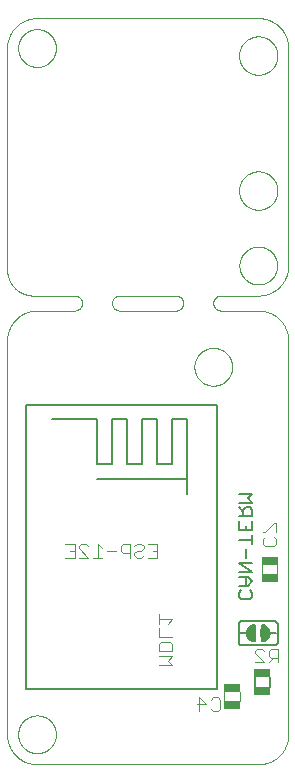
<source format=gbo>
G75*
%MOIN*%
%OFA0B0*%
%FSLAX25Y25*%
%IPPOS*%
%LPD*%
%AMOC8*
5,1,8,0,0,1.08239X$1,22.5*
%
%ADD10C,0.00000*%
%ADD11C,0.00500*%
%ADD12C,0.00400*%
%ADD13C,0.00600*%
%ADD14R,0.05512X0.02559*%
%ADD15R,0.05709X0.02953*%
D10*
X0066345Y0060183D02*
X0066345Y0191433D01*
X0075095Y0206433D02*
X0088845Y0206433D01*
X0088943Y0206431D01*
X0089041Y0206425D01*
X0089139Y0206416D01*
X0089236Y0206402D01*
X0089333Y0206385D01*
X0089429Y0206364D01*
X0089524Y0206339D01*
X0089618Y0206311D01*
X0089710Y0206278D01*
X0089802Y0206243D01*
X0089892Y0206203D01*
X0089980Y0206161D01*
X0090067Y0206114D01*
X0090151Y0206065D01*
X0090234Y0206012D01*
X0090314Y0205956D01*
X0090393Y0205896D01*
X0090469Y0205834D01*
X0090542Y0205769D01*
X0090613Y0205701D01*
X0090681Y0205630D01*
X0090746Y0205557D01*
X0090808Y0205481D01*
X0090868Y0205402D01*
X0090924Y0205322D01*
X0090977Y0205239D01*
X0091026Y0205155D01*
X0091073Y0205068D01*
X0091115Y0204980D01*
X0091155Y0204890D01*
X0091190Y0204798D01*
X0091223Y0204706D01*
X0091251Y0204612D01*
X0091276Y0204517D01*
X0091297Y0204421D01*
X0091314Y0204324D01*
X0091328Y0204227D01*
X0091337Y0204129D01*
X0091343Y0204031D01*
X0091345Y0203933D01*
X0091343Y0203835D01*
X0091337Y0203737D01*
X0091328Y0203639D01*
X0091314Y0203542D01*
X0091297Y0203445D01*
X0091276Y0203349D01*
X0091251Y0203254D01*
X0091223Y0203160D01*
X0091190Y0203068D01*
X0091155Y0202976D01*
X0091115Y0202886D01*
X0091073Y0202798D01*
X0091026Y0202711D01*
X0090977Y0202627D01*
X0090924Y0202544D01*
X0090868Y0202464D01*
X0090808Y0202385D01*
X0090746Y0202309D01*
X0090681Y0202236D01*
X0090613Y0202165D01*
X0090542Y0202097D01*
X0090469Y0202032D01*
X0090393Y0201970D01*
X0090314Y0201910D01*
X0090234Y0201854D01*
X0090151Y0201801D01*
X0090067Y0201752D01*
X0089980Y0201705D01*
X0089892Y0201663D01*
X0089802Y0201623D01*
X0089710Y0201588D01*
X0089618Y0201555D01*
X0089524Y0201527D01*
X0089429Y0201502D01*
X0089333Y0201481D01*
X0089236Y0201464D01*
X0089139Y0201450D01*
X0089041Y0201441D01*
X0088943Y0201435D01*
X0088845Y0201433D01*
X0076345Y0201433D01*
X0076103Y0201430D01*
X0075862Y0201421D01*
X0075621Y0201407D01*
X0075380Y0201386D01*
X0075140Y0201360D01*
X0074900Y0201328D01*
X0074661Y0201290D01*
X0074424Y0201247D01*
X0074187Y0201197D01*
X0073952Y0201142D01*
X0073718Y0201082D01*
X0073486Y0201015D01*
X0073255Y0200944D01*
X0073026Y0200866D01*
X0072799Y0200783D01*
X0072574Y0200695D01*
X0072351Y0200601D01*
X0072131Y0200502D01*
X0071913Y0200397D01*
X0071698Y0200288D01*
X0071485Y0200173D01*
X0071275Y0200053D01*
X0071069Y0199928D01*
X0070865Y0199798D01*
X0070664Y0199663D01*
X0070467Y0199523D01*
X0070273Y0199379D01*
X0070083Y0199230D01*
X0069897Y0199076D01*
X0069714Y0198918D01*
X0069535Y0198756D01*
X0069360Y0198589D01*
X0069189Y0198418D01*
X0069022Y0198243D01*
X0068860Y0198064D01*
X0068702Y0197881D01*
X0068548Y0197695D01*
X0068399Y0197505D01*
X0068255Y0197311D01*
X0068115Y0197114D01*
X0067980Y0196913D01*
X0067850Y0196709D01*
X0067725Y0196503D01*
X0067605Y0196293D01*
X0067490Y0196080D01*
X0067381Y0195865D01*
X0067276Y0195647D01*
X0067177Y0195427D01*
X0067083Y0195204D01*
X0066995Y0194979D01*
X0066912Y0194752D01*
X0066834Y0194523D01*
X0066763Y0194292D01*
X0066696Y0194060D01*
X0066636Y0193826D01*
X0066581Y0193591D01*
X0066531Y0193354D01*
X0066488Y0193117D01*
X0066450Y0192878D01*
X0066418Y0192638D01*
X0066392Y0192398D01*
X0066371Y0192157D01*
X0066357Y0191916D01*
X0066348Y0191675D01*
X0066345Y0191433D01*
X0066345Y0215183D02*
X0066345Y0288933D01*
X0066348Y0289175D01*
X0066357Y0289416D01*
X0066371Y0289657D01*
X0066392Y0289898D01*
X0066418Y0290138D01*
X0066450Y0290378D01*
X0066488Y0290617D01*
X0066531Y0290854D01*
X0066581Y0291091D01*
X0066636Y0291326D01*
X0066696Y0291560D01*
X0066763Y0291792D01*
X0066834Y0292023D01*
X0066912Y0292252D01*
X0066995Y0292479D01*
X0067083Y0292704D01*
X0067177Y0292927D01*
X0067276Y0293147D01*
X0067381Y0293365D01*
X0067490Y0293580D01*
X0067605Y0293793D01*
X0067725Y0294003D01*
X0067850Y0294209D01*
X0067980Y0294413D01*
X0068115Y0294614D01*
X0068255Y0294811D01*
X0068399Y0295005D01*
X0068548Y0295195D01*
X0068702Y0295381D01*
X0068860Y0295564D01*
X0069022Y0295743D01*
X0069189Y0295918D01*
X0069360Y0296089D01*
X0069535Y0296256D01*
X0069714Y0296418D01*
X0069897Y0296576D01*
X0070083Y0296730D01*
X0070273Y0296879D01*
X0070467Y0297023D01*
X0070664Y0297163D01*
X0070865Y0297298D01*
X0071069Y0297428D01*
X0071275Y0297553D01*
X0071485Y0297673D01*
X0071698Y0297788D01*
X0071913Y0297897D01*
X0072131Y0298002D01*
X0072351Y0298101D01*
X0072574Y0298195D01*
X0072799Y0298283D01*
X0073026Y0298366D01*
X0073255Y0298444D01*
X0073486Y0298515D01*
X0073718Y0298582D01*
X0073952Y0298642D01*
X0074187Y0298697D01*
X0074424Y0298747D01*
X0074661Y0298790D01*
X0074900Y0298828D01*
X0075140Y0298860D01*
X0075380Y0298886D01*
X0075621Y0298907D01*
X0075862Y0298921D01*
X0076103Y0298930D01*
X0076345Y0298933D01*
X0150095Y0298933D01*
X0150337Y0298930D01*
X0150578Y0298921D01*
X0150819Y0298907D01*
X0151060Y0298886D01*
X0151300Y0298860D01*
X0151540Y0298828D01*
X0151779Y0298790D01*
X0152016Y0298747D01*
X0152253Y0298697D01*
X0152488Y0298642D01*
X0152722Y0298582D01*
X0152954Y0298515D01*
X0153185Y0298444D01*
X0153414Y0298366D01*
X0153641Y0298283D01*
X0153866Y0298195D01*
X0154089Y0298101D01*
X0154309Y0298002D01*
X0154527Y0297897D01*
X0154742Y0297788D01*
X0154955Y0297673D01*
X0155165Y0297553D01*
X0155371Y0297428D01*
X0155575Y0297298D01*
X0155776Y0297163D01*
X0155973Y0297023D01*
X0156167Y0296879D01*
X0156357Y0296730D01*
X0156543Y0296576D01*
X0156726Y0296418D01*
X0156905Y0296256D01*
X0157080Y0296089D01*
X0157251Y0295918D01*
X0157418Y0295743D01*
X0157580Y0295564D01*
X0157738Y0295381D01*
X0157892Y0295195D01*
X0158041Y0295005D01*
X0158185Y0294811D01*
X0158325Y0294614D01*
X0158460Y0294413D01*
X0158590Y0294209D01*
X0158715Y0294003D01*
X0158835Y0293793D01*
X0158950Y0293580D01*
X0159059Y0293365D01*
X0159164Y0293147D01*
X0159263Y0292927D01*
X0159357Y0292704D01*
X0159445Y0292479D01*
X0159528Y0292252D01*
X0159606Y0292023D01*
X0159677Y0291792D01*
X0159744Y0291560D01*
X0159804Y0291326D01*
X0159859Y0291091D01*
X0159909Y0290854D01*
X0159952Y0290617D01*
X0159990Y0290378D01*
X0160022Y0290138D01*
X0160048Y0289898D01*
X0160069Y0289657D01*
X0160083Y0289416D01*
X0160092Y0289175D01*
X0160095Y0288933D01*
X0160095Y0216433D01*
X0160092Y0216191D01*
X0160083Y0215950D01*
X0160069Y0215709D01*
X0160048Y0215468D01*
X0160022Y0215228D01*
X0159990Y0214988D01*
X0159952Y0214749D01*
X0159909Y0214512D01*
X0159859Y0214275D01*
X0159804Y0214040D01*
X0159744Y0213806D01*
X0159677Y0213574D01*
X0159606Y0213343D01*
X0159528Y0213114D01*
X0159445Y0212887D01*
X0159357Y0212662D01*
X0159263Y0212439D01*
X0159164Y0212219D01*
X0159059Y0212001D01*
X0158950Y0211786D01*
X0158835Y0211573D01*
X0158715Y0211363D01*
X0158590Y0211157D01*
X0158460Y0210953D01*
X0158325Y0210752D01*
X0158185Y0210555D01*
X0158041Y0210361D01*
X0157892Y0210171D01*
X0157738Y0209985D01*
X0157580Y0209802D01*
X0157418Y0209623D01*
X0157251Y0209448D01*
X0157080Y0209277D01*
X0156905Y0209110D01*
X0156726Y0208948D01*
X0156543Y0208790D01*
X0156357Y0208636D01*
X0156167Y0208487D01*
X0155973Y0208343D01*
X0155776Y0208203D01*
X0155575Y0208068D01*
X0155371Y0207938D01*
X0155165Y0207813D01*
X0154955Y0207693D01*
X0154742Y0207578D01*
X0154527Y0207469D01*
X0154309Y0207364D01*
X0154089Y0207265D01*
X0153866Y0207171D01*
X0153641Y0207083D01*
X0153414Y0207000D01*
X0153185Y0206922D01*
X0152954Y0206851D01*
X0152722Y0206784D01*
X0152488Y0206724D01*
X0152253Y0206669D01*
X0152016Y0206619D01*
X0151779Y0206576D01*
X0151540Y0206538D01*
X0151300Y0206506D01*
X0151060Y0206480D01*
X0150819Y0206459D01*
X0150578Y0206445D01*
X0150337Y0206436D01*
X0150095Y0206433D01*
X0137595Y0206433D01*
X0137497Y0206431D01*
X0137399Y0206425D01*
X0137301Y0206416D01*
X0137204Y0206402D01*
X0137107Y0206385D01*
X0137011Y0206364D01*
X0136916Y0206339D01*
X0136822Y0206311D01*
X0136730Y0206278D01*
X0136638Y0206243D01*
X0136548Y0206203D01*
X0136460Y0206161D01*
X0136373Y0206114D01*
X0136289Y0206065D01*
X0136206Y0206012D01*
X0136126Y0205956D01*
X0136047Y0205896D01*
X0135971Y0205834D01*
X0135898Y0205769D01*
X0135827Y0205701D01*
X0135759Y0205630D01*
X0135694Y0205557D01*
X0135632Y0205481D01*
X0135572Y0205402D01*
X0135516Y0205322D01*
X0135463Y0205239D01*
X0135414Y0205155D01*
X0135367Y0205068D01*
X0135325Y0204980D01*
X0135285Y0204890D01*
X0135250Y0204798D01*
X0135217Y0204706D01*
X0135189Y0204612D01*
X0135164Y0204517D01*
X0135143Y0204421D01*
X0135126Y0204324D01*
X0135112Y0204227D01*
X0135103Y0204129D01*
X0135097Y0204031D01*
X0135095Y0203933D01*
X0135097Y0203835D01*
X0135103Y0203737D01*
X0135112Y0203639D01*
X0135126Y0203542D01*
X0135143Y0203445D01*
X0135164Y0203349D01*
X0135189Y0203254D01*
X0135217Y0203160D01*
X0135250Y0203068D01*
X0135285Y0202976D01*
X0135325Y0202886D01*
X0135367Y0202798D01*
X0135414Y0202711D01*
X0135463Y0202627D01*
X0135516Y0202544D01*
X0135572Y0202464D01*
X0135632Y0202385D01*
X0135694Y0202309D01*
X0135759Y0202236D01*
X0135827Y0202165D01*
X0135898Y0202097D01*
X0135971Y0202032D01*
X0136047Y0201970D01*
X0136126Y0201910D01*
X0136206Y0201854D01*
X0136289Y0201801D01*
X0136373Y0201752D01*
X0136460Y0201705D01*
X0136548Y0201663D01*
X0136638Y0201623D01*
X0136730Y0201588D01*
X0136822Y0201555D01*
X0136916Y0201527D01*
X0137011Y0201502D01*
X0137107Y0201481D01*
X0137204Y0201464D01*
X0137301Y0201450D01*
X0137399Y0201441D01*
X0137497Y0201435D01*
X0137595Y0201433D01*
X0150095Y0201433D01*
X0150337Y0201430D01*
X0150578Y0201421D01*
X0150819Y0201407D01*
X0151060Y0201386D01*
X0151300Y0201360D01*
X0151540Y0201328D01*
X0151779Y0201290D01*
X0152016Y0201247D01*
X0152253Y0201197D01*
X0152488Y0201142D01*
X0152722Y0201082D01*
X0152954Y0201015D01*
X0153185Y0200944D01*
X0153414Y0200866D01*
X0153641Y0200783D01*
X0153866Y0200695D01*
X0154089Y0200601D01*
X0154309Y0200502D01*
X0154527Y0200397D01*
X0154742Y0200288D01*
X0154955Y0200173D01*
X0155165Y0200053D01*
X0155371Y0199928D01*
X0155575Y0199798D01*
X0155776Y0199663D01*
X0155973Y0199523D01*
X0156167Y0199379D01*
X0156357Y0199230D01*
X0156543Y0199076D01*
X0156726Y0198918D01*
X0156905Y0198756D01*
X0157080Y0198589D01*
X0157251Y0198418D01*
X0157418Y0198243D01*
X0157580Y0198064D01*
X0157738Y0197881D01*
X0157892Y0197695D01*
X0158041Y0197505D01*
X0158185Y0197311D01*
X0158325Y0197114D01*
X0158460Y0196913D01*
X0158590Y0196709D01*
X0158715Y0196503D01*
X0158835Y0196293D01*
X0158950Y0196080D01*
X0159059Y0195865D01*
X0159164Y0195647D01*
X0159263Y0195427D01*
X0159357Y0195204D01*
X0159445Y0194979D01*
X0159528Y0194752D01*
X0159606Y0194523D01*
X0159677Y0194292D01*
X0159744Y0194060D01*
X0159804Y0193826D01*
X0159859Y0193591D01*
X0159909Y0193354D01*
X0159952Y0193117D01*
X0159990Y0192878D01*
X0160022Y0192638D01*
X0160048Y0192398D01*
X0160069Y0192157D01*
X0160083Y0191916D01*
X0160092Y0191675D01*
X0160095Y0191433D01*
X0160095Y0060183D01*
X0160092Y0059941D01*
X0160083Y0059700D01*
X0160069Y0059459D01*
X0160048Y0059218D01*
X0160022Y0058978D01*
X0159990Y0058738D01*
X0159952Y0058499D01*
X0159909Y0058262D01*
X0159859Y0058025D01*
X0159804Y0057790D01*
X0159744Y0057556D01*
X0159677Y0057324D01*
X0159606Y0057093D01*
X0159528Y0056864D01*
X0159445Y0056637D01*
X0159357Y0056412D01*
X0159263Y0056189D01*
X0159164Y0055969D01*
X0159059Y0055751D01*
X0158950Y0055536D01*
X0158835Y0055323D01*
X0158715Y0055113D01*
X0158590Y0054907D01*
X0158460Y0054703D01*
X0158325Y0054502D01*
X0158185Y0054305D01*
X0158041Y0054111D01*
X0157892Y0053921D01*
X0157738Y0053735D01*
X0157580Y0053552D01*
X0157418Y0053373D01*
X0157251Y0053198D01*
X0157080Y0053027D01*
X0156905Y0052860D01*
X0156726Y0052698D01*
X0156543Y0052540D01*
X0156357Y0052386D01*
X0156167Y0052237D01*
X0155973Y0052093D01*
X0155776Y0051953D01*
X0155575Y0051818D01*
X0155371Y0051688D01*
X0155165Y0051563D01*
X0154955Y0051443D01*
X0154742Y0051328D01*
X0154527Y0051219D01*
X0154309Y0051114D01*
X0154089Y0051015D01*
X0153866Y0050921D01*
X0153641Y0050833D01*
X0153414Y0050750D01*
X0153185Y0050672D01*
X0152954Y0050601D01*
X0152722Y0050534D01*
X0152488Y0050474D01*
X0152253Y0050419D01*
X0152016Y0050369D01*
X0151779Y0050326D01*
X0151540Y0050288D01*
X0151300Y0050256D01*
X0151060Y0050230D01*
X0150819Y0050209D01*
X0150578Y0050195D01*
X0150337Y0050186D01*
X0150095Y0050183D01*
X0076345Y0050183D01*
X0076103Y0050186D01*
X0075862Y0050195D01*
X0075621Y0050209D01*
X0075380Y0050230D01*
X0075140Y0050256D01*
X0074900Y0050288D01*
X0074661Y0050326D01*
X0074424Y0050369D01*
X0074187Y0050419D01*
X0073952Y0050474D01*
X0073718Y0050534D01*
X0073486Y0050601D01*
X0073255Y0050672D01*
X0073026Y0050750D01*
X0072799Y0050833D01*
X0072574Y0050921D01*
X0072351Y0051015D01*
X0072131Y0051114D01*
X0071913Y0051219D01*
X0071698Y0051328D01*
X0071485Y0051443D01*
X0071275Y0051563D01*
X0071069Y0051688D01*
X0070865Y0051818D01*
X0070664Y0051953D01*
X0070467Y0052093D01*
X0070273Y0052237D01*
X0070083Y0052386D01*
X0069897Y0052540D01*
X0069714Y0052698D01*
X0069535Y0052860D01*
X0069360Y0053027D01*
X0069189Y0053198D01*
X0069022Y0053373D01*
X0068860Y0053552D01*
X0068702Y0053735D01*
X0068548Y0053921D01*
X0068399Y0054111D01*
X0068255Y0054305D01*
X0068115Y0054502D01*
X0067980Y0054703D01*
X0067850Y0054907D01*
X0067725Y0055113D01*
X0067605Y0055323D01*
X0067490Y0055536D01*
X0067381Y0055751D01*
X0067276Y0055969D01*
X0067177Y0056189D01*
X0067083Y0056412D01*
X0066995Y0056637D01*
X0066912Y0056864D01*
X0066834Y0057093D01*
X0066763Y0057324D01*
X0066696Y0057556D01*
X0066636Y0057790D01*
X0066581Y0058025D01*
X0066531Y0058262D01*
X0066488Y0058499D01*
X0066450Y0058738D01*
X0066418Y0058978D01*
X0066392Y0059218D01*
X0066371Y0059459D01*
X0066357Y0059700D01*
X0066348Y0059941D01*
X0066345Y0060183D01*
X0070046Y0060183D02*
X0070048Y0060341D01*
X0070054Y0060499D01*
X0070064Y0060657D01*
X0070078Y0060815D01*
X0070096Y0060972D01*
X0070117Y0061129D01*
X0070143Y0061285D01*
X0070173Y0061441D01*
X0070206Y0061596D01*
X0070244Y0061749D01*
X0070285Y0061902D01*
X0070330Y0062054D01*
X0070379Y0062205D01*
X0070432Y0062354D01*
X0070488Y0062502D01*
X0070548Y0062648D01*
X0070612Y0062793D01*
X0070680Y0062936D01*
X0070751Y0063078D01*
X0070825Y0063218D01*
X0070903Y0063355D01*
X0070985Y0063491D01*
X0071069Y0063625D01*
X0071158Y0063756D01*
X0071249Y0063885D01*
X0071344Y0064012D01*
X0071441Y0064137D01*
X0071542Y0064259D01*
X0071646Y0064378D01*
X0071753Y0064495D01*
X0071863Y0064609D01*
X0071976Y0064720D01*
X0072091Y0064829D01*
X0072209Y0064934D01*
X0072330Y0065036D01*
X0072453Y0065136D01*
X0072579Y0065232D01*
X0072707Y0065325D01*
X0072837Y0065415D01*
X0072970Y0065501D01*
X0073105Y0065585D01*
X0073241Y0065664D01*
X0073380Y0065741D01*
X0073521Y0065813D01*
X0073663Y0065883D01*
X0073807Y0065948D01*
X0073953Y0066010D01*
X0074100Y0066068D01*
X0074249Y0066123D01*
X0074399Y0066174D01*
X0074550Y0066221D01*
X0074702Y0066264D01*
X0074855Y0066303D01*
X0075010Y0066339D01*
X0075165Y0066370D01*
X0075321Y0066398D01*
X0075477Y0066422D01*
X0075634Y0066442D01*
X0075792Y0066458D01*
X0075949Y0066470D01*
X0076108Y0066478D01*
X0076266Y0066482D01*
X0076424Y0066482D01*
X0076582Y0066478D01*
X0076741Y0066470D01*
X0076898Y0066458D01*
X0077056Y0066442D01*
X0077213Y0066422D01*
X0077369Y0066398D01*
X0077525Y0066370D01*
X0077680Y0066339D01*
X0077835Y0066303D01*
X0077988Y0066264D01*
X0078140Y0066221D01*
X0078291Y0066174D01*
X0078441Y0066123D01*
X0078590Y0066068D01*
X0078737Y0066010D01*
X0078883Y0065948D01*
X0079027Y0065883D01*
X0079169Y0065813D01*
X0079310Y0065741D01*
X0079449Y0065664D01*
X0079585Y0065585D01*
X0079720Y0065501D01*
X0079853Y0065415D01*
X0079983Y0065325D01*
X0080111Y0065232D01*
X0080237Y0065136D01*
X0080360Y0065036D01*
X0080481Y0064934D01*
X0080599Y0064829D01*
X0080714Y0064720D01*
X0080827Y0064609D01*
X0080937Y0064495D01*
X0081044Y0064378D01*
X0081148Y0064259D01*
X0081249Y0064137D01*
X0081346Y0064012D01*
X0081441Y0063885D01*
X0081532Y0063756D01*
X0081621Y0063625D01*
X0081705Y0063491D01*
X0081787Y0063355D01*
X0081865Y0063218D01*
X0081939Y0063078D01*
X0082010Y0062936D01*
X0082078Y0062793D01*
X0082142Y0062648D01*
X0082202Y0062502D01*
X0082258Y0062354D01*
X0082311Y0062205D01*
X0082360Y0062054D01*
X0082405Y0061902D01*
X0082446Y0061749D01*
X0082484Y0061596D01*
X0082517Y0061441D01*
X0082547Y0061285D01*
X0082573Y0061129D01*
X0082594Y0060972D01*
X0082612Y0060815D01*
X0082626Y0060657D01*
X0082636Y0060499D01*
X0082642Y0060341D01*
X0082644Y0060183D01*
X0082642Y0060025D01*
X0082636Y0059867D01*
X0082626Y0059709D01*
X0082612Y0059551D01*
X0082594Y0059394D01*
X0082573Y0059237D01*
X0082547Y0059081D01*
X0082517Y0058925D01*
X0082484Y0058770D01*
X0082446Y0058617D01*
X0082405Y0058464D01*
X0082360Y0058312D01*
X0082311Y0058161D01*
X0082258Y0058012D01*
X0082202Y0057864D01*
X0082142Y0057718D01*
X0082078Y0057573D01*
X0082010Y0057430D01*
X0081939Y0057288D01*
X0081865Y0057148D01*
X0081787Y0057011D01*
X0081705Y0056875D01*
X0081621Y0056741D01*
X0081532Y0056610D01*
X0081441Y0056481D01*
X0081346Y0056354D01*
X0081249Y0056229D01*
X0081148Y0056107D01*
X0081044Y0055988D01*
X0080937Y0055871D01*
X0080827Y0055757D01*
X0080714Y0055646D01*
X0080599Y0055537D01*
X0080481Y0055432D01*
X0080360Y0055330D01*
X0080237Y0055230D01*
X0080111Y0055134D01*
X0079983Y0055041D01*
X0079853Y0054951D01*
X0079720Y0054865D01*
X0079585Y0054781D01*
X0079449Y0054702D01*
X0079310Y0054625D01*
X0079169Y0054553D01*
X0079027Y0054483D01*
X0078883Y0054418D01*
X0078737Y0054356D01*
X0078590Y0054298D01*
X0078441Y0054243D01*
X0078291Y0054192D01*
X0078140Y0054145D01*
X0077988Y0054102D01*
X0077835Y0054063D01*
X0077680Y0054027D01*
X0077525Y0053996D01*
X0077369Y0053968D01*
X0077213Y0053944D01*
X0077056Y0053924D01*
X0076898Y0053908D01*
X0076741Y0053896D01*
X0076582Y0053888D01*
X0076424Y0053884D01*
X0076266Y0053884D01*
X0076108Y0053888D01*
X0075949Y0053896D01*
X0075792Y0053908D01*
X0075634Y0053924D01*
X0075477Y0053944D01*
X0075321Y0053968D01*
X0075165Y0053996D01*
X0075010Y0054027D01*
X0074855Y0054063D01*
X0074702Y0054102D01*
X0074550Y0054145D01*
X0074399Y0054192D01*
X0074249Y0054243D01*
X0074100Y0054298D01*
X0073953Y0054356D01*
X0073807Y0054418D01*
X0073663Y0054483D01*
X0073521Y0054553D01*
X0073380Y0054625D01*
X0073241Y0054702D01*
X0073105Y0054781D01*
X0072970Y0054865D01*
X0072837Y0054951D01*
X0072707Y0055041D01*
X0072579Y0055134D01*
X0072453Y0055230D01*
X0072330Y0055330D01*
X0072209Y0055432D01*
X0072091Y0055537D01*
X0071976Y0055646D01*
X0071863Y0055757D01*
X0071753Y0055871D01*
X0071646Y0055988D01*
X0071542Y0056107D01*
X0071441Y0056229D01*
X0071344Y0056354D01*
X0071249Y0056481D01*
X0071158Y0056610D01*
X0071069Y0056741D01*
X0070985Y0056875D01*
X0070903Y0057011D01*
X0070825Y0057148D01*
X0070751Y0057288D01*
X0070680Y0057430D01*
X0070612Y0057573D01*
X0070548Y0057718D01*
X0070488Y0057864D01*
X0070432Y0058012D01*
X0070379Y0058161D01*
X0070330Y0058312D01*
X0070285Y0058464D01*
X0070244Y0058617D01*
X0070206Y0058770D01*
X0070173Y0058925D01*
X0070143Y0059081D01*
X0070117Y0059237D01*
X0070096Y0059394D01*
X0070078Y0059551D01*
X0070064Y0059709D01*
X0070054Y0059867D01*
X0070048Y0060025D01*
X0070046Y0060183D01*
X0128796Y0182683D02*
X0128798Y0182841D01*
X0128804Y0182999D01*
X0128814Y0183157D01*
X0128828Y0183315D01*
X0128846Y0183472D01*
X0128867Y0183629D01*
X0128893Y0183785D01*
X0128923Y0183941D01*
X0128956Y0184096D01*
X0128994Y0184249D01*
X0129035Y0184402D01*
X0129080Y0184554D01*
X0129129Y0184705D01*
X0129182Y0184854D01*
X0129238Y0185002D01*
X0129298Y0185148D01*
X0129362Y0185293D01*
X0129430Y0185436D01*
X0129501Y0185578D01*
X0129575Y0185718D01*
X0129653Y0185855D01*
X0129735Y0185991D01*
X0129819Y0186125D01*
X0129908Y0186256D01*
X0129999Y0186385D01*
X0130094Y0186512D01*
X0130191Y0186637D01*
X0130292Y0186759D01*
X0130396Y0186878D01*
X0130503Y0186995D01*
X0130613Y0187109D01*
X0130726Y0187220D01*
X0130841Y0187329D01*
X0130959Y0187434D01*
X0131080Y0187536D01*
X0131203Y0187636D01*
X0131329Y0187732D01*
X0131457Y0187825D01*
X0131587Y0187915D01*
X0131720Y0188001D01*
X0131855Y0188085D01*
X0131991Y0188164D01*
X0132130Y0188241D01*
X0132271Y0188313D01*
X0132413Y0188383D01*
X0132557Y0188448D01*
X0132703Y0188510D01*
X0132850Y0188568D01*
X0132999Y0188623D01*
X0133149Y0188674D01*
X0133300Y0188721D01*
X0133452Y0188764D01*
X0133605Y0188803D01*
X0133760Y0188839D01*
X0133915Y0188870D01*
X0134071Y0188898D01*
X0134227Y0188922D01*
X0134384Y0188942D01*
X0134542Y0188958D01*
X0134699Y0188970D01*
X0134858Y0188978D01*
X0135016Y0188982D01*
X0135174Y0188982D01*
X0135332Y0188978D01*
X0135491Y0188970D01*
X0135648Y0188958D01*
X0135806Y0188942D01*
X0135963Y0188922D01*
X0136119Y0188898D01*
X0136275Y0188870D01*
X0136430Y0188839D01*
X0136585Y0188803D01*
X0136738Y0188764D01*
X0136890Y0188721D01*
X0137041Y0188674D01*
X0137191Y0188623D01*
X0137340Y0188568D01*
X0137487Y0188510D01*
X0137633Y0188448D01*
X0137777Y0188383D01*
X0137919Y0188313D01*
X0138060Y0188241D01*
X0138199Y0188164D01*
X0138335Y0188085D01*
X0138470Y0188001D01*
X0138603Y0187915D01*
X0138733Y0187825D01*
X0138861Y0187732D01*
X0138987Y0187636D01*
X0139110Y0187536D01*
X0139231Y0187434D01*
X0139349Y0187329D01*
X0139464Y0187220D01*
X0139577Y0187109D01*
X0139687Y0186995D01*
X0139794Y0186878D01*
X0139898Y0186759D01*
X0139999Y0186637D01*
X0140096Y0186512D01*
X0140191Y0186385D01*
X0140282Y0186256D01*
X0140371Y0186125D01*
X0140455Y0185991D01*
X0140537Y0185855D01*
X0140615Y0185718D01*
X0140689Y0185578D01*
X0140760Y0185436D01*
X0140828Y0185293D01*
X0140892Y0185148D01*
X0140952Y0185002D01*
X0141008Y0184854D01*
X0141061Y0184705D01*
X0141110Y0184554D01*
X0141155Y0184402D01*
X0141196Y0184249D01*
X0141234Y0184096D01*
X0141267Y0183941D01*
X0141297Y0183785D01*
X0141323Y0183629D01*
X0141344Y0183472D01*
X0141362Y0183315D01*
X0141376Y0183157D01*
X0141386Y0182999D01*
X0141392Y0182841D01*
X0141394Y0182683D01*
X0141392Y0182525D01*
X0141386Y0182367D01*
X0141376Y0182209D01*
X0141362Y0182051D01*
X0141344Y0181894D01*
X0141323Y0181737D01*
X0141297Y0181581D01*
X0141267Y0181425D01*
X0141234Y0181270D01*
X0141196Y0181117D01*
X0141155Y0180964D01*
X0141110Y0180812D01*
X0141061Y0180661D01*
X0141008Y0180512D01*
X0140952Y0180364D01*
X0140892Y0180218D01*
X0140828Y0180073D01*
X0140760Y0179930D01*
X0140689Y0179788D01*
X0140615Y0179648D01*
X0140537Y0179511D01*
X0140455Y0179375D01*
X0140371Y0179241D01*
X0140282Y0179110D01*
X0140191Y0178981D01*
X0140096Y0178854D01*
X0139999Y0178729D01*
X0139898Y0178607D01*
X0139794Y0178488D01*
X0139687Y0178371D01*
X0139577Y0178257D01*
X0139464Y0178146D01*
X0139349Y0178037D01*
X0139231Y0177932D01*
X0139110Y0177830D01*
X0138987Y0177730D01*
X0138861Y0177634D01*
X0138733Y0177541D01*
X0138603Y0177451D01*
X0138470Y0177365D01*
X0138335Y0177281D01*
X0138199Y0177202D01*
X0138060Y0177125D01*
X0137919Y0177053D01*
X0137777Y0176983D01*
X0137633Y0176918D01*
X0137487Y0176856D01*
X0137340Y0176798D01*
X0137191Y0176743D01*
X0137041Y0176692D01*
X0136890Y0176645D01*
X0136738Y0176602D01*
X0136585Y0176563D01*
X0136430Y0176527D01*
X0136275Y0176496D01*
X0136119Y0176468D01*
X0135963Y0176444D01*
X0135806Y0176424D01*
X0135648Y0176408D01*
X0135491Y0176396D01*
X0135332Y0176388D01*
X0135174Y0176384D01*
X0135016Y0176384D01*
X0134858Y0176388D01*
X0134699Y0176396D01*
X0134542Y0176408D01*
X0134384Y0176424D01*
X0134227Y0176444D01*
X0134071Y0176468D01*
X0133915Y0176496D01*
X0133760Y0176527D01*
X0133605Y0176563D01*
X0133452Y0176602D01*
X0133300Y0176645D01*
X0133149Y0176692D01*
X0132999Y0176743D01*
X0132850Y0176798D01*
X0132703Y0176856D01*
X0132557Y0176918D01*
X0132413Y0176983D01*
X0132271Y0177053D01*
X0132130Y0177125D01*
X0131991Y0177202D01*
X0131855Y0177281D01*
X0131720Y0177365D01*
X0131587Y0177451D01*
X0131457Y0177541D01*
X0131329Y0177634D01*
X0131203Y0177730D01*
X0131080Y0177830D01*
X0130959Y0177932D01*
X0130841Y0178037D01*
X0130726Y0178146D01*
X0130613Y0178257D01*
X0130503Y0178371D01*
X0130396Y0178488D01*
X0130292Y0178607D01*
X0130191Y0178729D01*
X0130094Y0178854D01*
X0129999Y0178981D01*
X0129908Y0179110D01*
X0129819Y0179241D01*
X0129735Y0179375D01*
X0129653Y0179511D01*
X0129575Y0179648D01*
X0129501Y0179788D01*
X0129430Y0179930D01*
X0129362Y0180073D01*
X0129298Y0180218D01*
X0129238Y0180364D01*
X0129182Y0180512D01*
X0129129Y0180661D01*
X0129080Y0180812D01*
X0129035Y0180964D01*
X0128994Y0181117D01*
X0128956Y0181270D01*
X0128923Y0181425D01*
X0128893Y0181581D01*
X0128867Y0181737D01*
X0128846Y0181894D01*
X0128828Y0182051D01*
X0128814Y0182209D01*
X0128804Y0182367D01*
X0128798Y0182525D01*
X0128796Y0182683D01*
X0122595Y0201433D02*
X0103845Y0201433D01*
X0103747Y0201435D01*
X0103649Y0201441D01*
X0103551Y0201450D01*
X0103454Y0201464D01*
X0103357Y0201481D01*
X0103261Y0201502D01*
X0103166Y0201527D01*
X0103072Y0201555D01*
X0102980Y0201588D01*
X0102888Y0201623D01*
X0102798Y0201663D01*
X0102710Y0201705D01*
X0102623Y0201752D01*
X0102539Y0201801D01*
X0102456Y0201854D01*
X0102376Y0201910D01*
X0102297Y0201970D01*
X0102221Y0202032D01*
X0102148Y0202097D01*
X0102077Y0202165D01*
X0102009Y0202236D01*
X0101944Y0202309D01*
X0101882Y0202385D01*
X0101822Y0202464D01*
X0101766Y0202544D01*
X0101713Y0202627D01*
X0101664Y0202711D01*
X0101617Y0202798D01*
X0101575Y0202886D01*
X0101535Y0202976D01*
X0101500Y0203068D01*
X0101467Y0203160D01*
X0101439Y0203254D01*
X0101414Y0203349D01*
X0101393Y0203445D01*
X0101376Y0203542D01*
X0101362Y0203639D01*
X0101353Y0203737D01*
X0101347Y0203835D01*
X0101345Y0203933D01*
X0101347Y0204031D01*
X0101353Y0204129D01*
X0101362Y0204227D01*
X0101376Y0204324D01*
X0101393Y0204421D01*
X0101414Y0204517D01*
X0101439Y0204612D01*
X0101467Y0204706D01*
X0101500Y0204798D01*
X0101535Y0204890D01*
X0101575Y0204980D01*
X0101617Y0205068D01*
X0101664Y0205155D01*
X0101713Y0205239D01*
X0101766Y0205322D01*
X0101822Y0205402D01*
X0101882Y0205481D01*
X0101944Y0205557D01*
X0102009Y0205630D01*
X0102077Y0205701D01*
X0102148Y0205769D01*
X0102221Y0205834D01*
X0102297Y0205896D01*
X0102376Y0205956D01*
X0102456Y0206012D01*
X0102539Y0206065D01*
X0102623Y0206114D01*
X0102710Y0206161D01*
X0102798Y0206203D01*
X0102888Y0206243D01*
X0102980Y0206278D01*
X0103072Y0206311D01*
X0103166Y0206339D01*
X0103261Y0206364D01*
X0103357Y0206385D01*
X0103454Y0206402D01*
X0103551Y0206416D01*
X0103649Y0206425D01*
X0103747Y0206431D01*
X0103845Y0206433D01*
X0122595Y0206433D01*
X0122693Y0206431D01*
X0122791Y0206425D01*
X0122889Y0206416D01*
X0122986Y0206402D01*
X0123083Y0206385D01*
X0123179Y0206364D01*
X0123274Y0206339D01*
X0123368Y0206311D01*
X0123460Y0206278D01*
X0123552Y0206243D01*
X0123642Y0206203D01*
X0123730Y0206161D01*
X0123817Y0206114D01*
X0123901Y0206065D01*
X0123984Y0206012D01*
X0124064Y0205956D01*
X0124143Y0205896D01*
X0124219Y0205834D01*
X0124292Y0205769D01*
X0124363Y0205701D01*
X0124431Y0205630D01*
X0124496Y0205557D01*
X0124558Y0205481D01*
X0124618Y0205402D01*
X0124674Y0205322D01*
X0124727Y0205239D01*
X0124776Y0205155D01*
X0124823Y0205068D01*
X0124865Y0204980D01*
X0124905Y0204890D01*
X0124940Y0204798D01*
X0124973Y0204706D01*
X0125001Y0204612D01*
X0125026Y0204517D01*
X0125047Y0204421D01*
X0125064Y0204324D01*
X0125078Y0204227D01*
X0125087Y0204129D01*
X0125093Y0204031D01*
X0125095Y0203933D01*
X0125093Y0203835D01*
X0125087Y0203737D01*
X0125078Y0203639D01*
X0125064Y0203542D01*
X0125047Y0203445D01*
X0125026Y0203349D01*
X0125001Y0203254D01*
X0124973Y0203160D01*
X0124940Y0203068D01*
X0124905Y0202976D01*
X0124865Y0202886D01*
X0124823Y0202798D01*
X0124776Y0202711D01*
X0124727Y0202627D01*
X0124674Y0202544D01*
X0124618Y0202464D01*
X0124558Y0202385D01*
X0124496Y0202309D01*
X0124431Y0202236D01*
X0124363Y0202165D01*
X0124292Y0202097D01*
X0124219Y0202032D01*
X0124143Y0201970D01*
X0124064Y0201910D01*
X0123984Y0201854D01*
X0123901Y0201801D01*
X0123817Y0201752D01*
X0123730Y0201705D01*
X0123642Y0201663D01*
X0123552Y0201623D01*
X0123460Y0201588D01*
X0123368Y0201555D01*
X0123274Y0201527D01*
X0123179Y0201502D01*
X0123083Y0201481D01*
X0122986Y0201464D01*
X0122889Y0201450D01*
X0122791Y0201441D01*
X0122693Y0201435D01*
X0122595Y0201433D01*
X0143796Y0216433D02*
X0143798Y0216591D01*
X0143804Y0216749D01*
X0143814Y0216907D01*
X0143828Y0217065D01*
X0143846Y0217222D01*
X0143867Y0217379D01*
X0143893Y0217535D01*
X0143923Y0217691D01*
X0143956Y0217846D01*
X0143994Y0217999D01*
X0144035Y0218152D01*
X0144080Y0218304D01*
X0144129Y0218455D01*
X0144182Y0218604D01*
X0144238Y0218752D01*
X0144298Y0218898D01*
X0144362Y0219043D01*
X0144430Y0219186D01*
X0144501Y0219328D01*
X0144575Y0219468D01*
X0144653Y0219605D01*
X0144735Y0219741D01*
X0144819Y0219875D01*
X0144908Y0220006D01*
X0144999Y0220135D01*
X0145094Y0220262D01*
X0145191Y0220387D01*
X0145292Y0220509D01*
X0145396Y0220628D01*
X0145503Y0220745D01*
X0145613Y0220859D01*
X0145726Y0220970D01*
X0145841Y0221079D01*
X0145959Y0221184D01*
X0146080Y0221286D01*
X0146203Y0221386D01*
X0146329Y0221482D01*
X0146457Y0221575D01*
X0146587Y0221665D01*
X0146720Y0221751D01*
X0146855Y0221835D01*
X0146991Y0221914D01*
X0147130Y0221991D01*
X0147271Y0222063D01*
X0147413Y0222133D01*
X0147557Y0222198D01*
X0147703Y0222260D01*
X0147850Y0222318D01*
X0147999Y0222373D01*
X0148149Y0222424D01*
X0148300Y0222471D01*
X0148452Y0222514D01*
X0148605Y0222553D01*
X0148760Y0222589D01*
X0148915Y0222620D01*
X0149071Y0222648D01*
X0149227Y0222672D01*
X0149384Y0222692D01*
X0149542Y0222708D01*
X0149699Y0222720D01*
X0149858Y0222728D01*
X0150016Y0222732D01*
X0150174Y0222732D01*
X0150332Y0222728D01*
X0150491Y0222720D01*
X0150648Y0222708D01*
X0150806Y0222692D01*
X0150963Y0222672D01*
X0151119Y0222648D01*
X0151275Y0222620D01*
X0151430Y0222589D01*
X0151585Y0222553D01*
X0151738Y0222514D01*
X0151890Y0222471D01*
X0152041Y0222424D01*
X0152191Y0222373D01*
X0152340Y0222318D01*
X0152487Y0222260D01*
X0152633Y0222198D01*
X0152777Y0222133D01*
X0152919Y0222063D01*
X0153060Y0221991D01*
X0153199Y0221914D01*
X0153335Y0221835D01*
X0153470Y0221751D01*
X0153603Y0221665D01*
X0153733Y0221575D01*
X0153861Y0221482D01*
X0153987Y0221386D01*
X0154110Y0221286D01*
X0154231Y0221184D01*
X0154349Y0221079D01*
X0154464Y0220970D01*
X0154577Y0220859D01*
X0154687Y0220745D01*
X0154794Y0220628D01*
X0154898Y0220509D01*
X0154999Y0220387D01*
X0155096Y0220262D01*
X0155191Y0220135D01*
X0155282Y0220006D01*
X0155371Y0219875D01*
X0155455Y0219741D01*
X0155537Y0219605D01*
X0155615Y0219468D01*
X0155689Y0219328D01*
X0155760Y0219186D01*
X0155828Y0219043D01*
X0155892Y0218898D01*
X0155952Y0218752D01*
X0156008Y0218604D01*
X0156061Y0218455D01*
X0156110Y0218304D01*
X0156155Y0218152D01*
X0156196Y0217999D01*
X0156234Y0217846D01*
X0156267Y0217691D01*
X0156297Y0217535D01*
X0156323Y0217379D01*
X0156344Y0217222D01*
X0156362Y0217065D01*
X0156376Y0216907D01*
X0156386Y0216749D01*
X0156392Y0216591D01*
X0156394Y0216433D01*
X0156392Y0216275D01*
X0156386Y0216117D01*
X0156376Y0215959D01*
X0156362Y0215801D01*
X0156344Y0215644D01*
X0156323Y0215487D01*
X0156297Y0215331D01*
X0156267Y0215175D01*
X0156234Y0215020D01*
X0156196Y0214867D01*
X0156155Y0214714D01*
X0156110Y0214562D01*
X0156061Y0214411D01*
X0156008Y0214262D01*
X0155952Y0214114D01*
X0155892Y0213968D01*
X0155828Y0213823D01*
X0155760Y0213680D01*
X0155689Y0213538D01*
X0155615Y0213398D01*
X0155537Y0213261D01*
X0155455Y0213125D01*
X0155371Y0212991D01*
X0155282Y0212860D01*
X0155191Y0212731D01*
X0155096Y0212604D01*
X0154999Y0212479D01*
X0154898Y0212357D01*
X0154794Y0212238D01*
X0154687Y0212121D01*
X0154577Y0212007D01*
X0154464Y0211896D01*
X0154349Y0211787D01*
X0154231Y0211682D01*
X0154110Y0211580D01*
X0153987Y0211480D01*
X0153861Y0211384D01*
X0153733Y0211291D01*
X0153603Y0211201D01*
X0153470Y0211115D01*
X0153335Y0211031D01*
X0153199Y0210952D01*
X0153060Y0210875D01*
X0152919Y0210803D01*
X0152777Y0210733D01*
X0152633Y0210668D01*
X0152487Y0210606D01*
X0152340Y0210548D01*
X0152191Y0210493D01*
X0152041Y0210442D01*
X0151890Y0210395D01*
X0151738Y0210352D01*
X0151585Y0210313D01*
X0151430Y0210277D01*
X0151275Y0210246D01*
X0151119Y0210218D01*
X0150963Y0210194D01*
X0150806Y0210174D01*
X0150648Y0210158D01*
X0150491Y0210146D01*
X0150332Y0210138D01*
X0150174Y0210134D01*
X0150016Y0210134D01*
X0149858Y0210138D01*
X0149699Y0210146D01*
X0149542Y0210158D01*
X0149384Y0210174D01*
X0149227Y0210194D01*
X0149071Y0210218D01*
X0148915Y0210246D01*
X0148760Y0210277D01*
X0148605Y0210313D01*
X0148452Y0210352D01*
X0148300Y0210395D01*
X0148149Y0210442D01*
X0147999Y0210493D01*
X0147850Y0210548D01*
X0147703Y0210606D01*
X0147557Y0210668D01*
X0147413Y0210733D01*
X0147271Y0210803D01*
X0147130Y0210875D01*
X0146991Y0210952D01*
X0146855Y0211031D01*
X0146720Y0211115D01*
X0146587Y0211201D01*
X0146457Y0211291D01*
X0146329Y0211384D01*
X0146203Y0211480D01*
X0146080Y0211580D01*
X0145959Y0211682D01*
X0145841Y0211787D01*
X0145726Y0211896D01*
X0145613Y0212007D01*
X0145503Y0212121D01*
X0145396Y0212238D01*
X0145292Y0212357D01*
X0145191Y0212479D01*
X0145094Y0212604D01*
X0144999Y0212731D01*
X0144908Y0212860D01*
X0144819Y0212991D01*
X0144735Y0213125D01*
X0144653Y0213261D01*
X0144575Y0213398D01*
X0144501Y0213538D01*
X0144430Y0213680D01*
X0144362Y0213823D01*
X0144298Y0213968D01*
X0144238Y0214114D01*
X0144182Y0214262D01*
X0144129Y0214411D01*
X0144080Y0214562D01*
X0144035Y0214714D01*
X0143994Y0214867D01*
X0143956Y0215020D01*
X0143923Y0215175D01*
X0143893Y0215331D01*
X0143867Y0215487D01*
X0143846Y0215644D01*
X0143828Y0215801D01*
X0143814Y0215959D01*
X0143804Y0216117D01*
X0143798Y0216275D01*
X0143796Y0216433D01*
X0143695Y0241433D02*
X0143697Y0241593D01*
X0143703Y0241752D01*
X0143713Y0241911D01*
X0143727Y0242070D01*
X0143745Y0242229D01*
X0143766Y0242387D01*
X0143792Y0242544D01*
X0143822Y0242701D01*
X0143855Y0242857D01*
X0143893Y0243012D01*
X0143934Y0243166D01*
X0143979Y0243319D01*
X0144028Y0243471D01*
X0144081Y0243622D01*
X0144137Y0243771D01*
X0144198Y0243919D01*
X0144261Y0244065D01*
X0144329Y0244210D01*
X0144400Y0244353D01*
X0144474Y0244494D01*
X0144552Y0244633D01*
X0144634Y0244770D01*
X0144719Y0244905D01*
X0144807Y0245038D01*
X0144899Y0245169D01*
X0144993Y0245297D01*
X0145091Y0245423D01*
X0145192Y0245547D01*
X0145296Y0245668D01*
X0145403Y0245786D01*
X0145513Y0245902D01*
X0145626Y0246015D01*
X0145742Y0246125D01*
X0145860Y0246232D01*
X0145981Y0246336D01*
X0146105Y0246437D01*
X0146231Y0246535D01*
X0146359Y0246629D01*
X0146490Y0246721D01*
X0146623Y0246809D01*
X0146758Y0246894D01*
X0146895Y0246976D01*
X0147034Y0247054D01*
X0147175Y0247128D01*
X0147318Y0247199D01*
X0147463Y0247267D01*
X0147609Y0247330D01*
X0147757Y0247391D01*
X0147906Y0247447D01*
X0148057Y0247500D01*
X0148209Y0247549D01*
X0148362Y0247594D01*
X0148516Y0247635D01*
X0148671Y0247673D01*
X0148827Y0247706D01*
X0148984Y0247736D01*
X0149141Y0247762D01*
X0149299Y0247783D01*
X0149458Y0247801D01*
X0149617Y0247815D01*
X0149776Y0247825D01*
X0149935Y0247831D01*
X0150095Y0247833D01*
X0150255Y0247831D01*
X0150414Y0247825D01*
X0150573Y0247815D01*
X0150732Y0247801D01*
X0150891Y0247783D01*
X0151049Y0247762D01*
X0151206Y0247736D01*
X0151363Y0247706D01*
X0151519Y0247673D01*
X0151674Y0247635D01*
X0151828Y0247594D01*
X0151981Y0247549D01*
X0152133Y0247500D01*
X0152284Y0247447D01*
X0152433Y0247391D01*
X0152581Y0247330D01*
X0152727Y0247267D01*
X0152872Y0247199D01*
X0153015Y0247128D01*
X0153156Y0247054D01*
X0153295Y0246976D01*
X0153432Y0246894D01*
X0153567Y0246809D01*
X0153700Y0246721D01*
X0153831Y0246629D01*
X0153959Y0246535D01*
X0154085Y0246437D01*
X0154209Y0246336D01*
X0154330Y0246232D01*
X0154448Y0246125D01*
X0154564Y0246015D01*
X0154677Y0245902D01*
X0154787Y0245786D01*
X0154894Y0245668D01*
X0154998Y0245547D01*
X0155099Y0245423D01*
X0155197Y0245297D01*
X0155291Y0245169D01*
X0155383Y0245038D01*
X0155471Y0244905D01*
X0155556Y0244770D01*
X0155638Y0244633D01*
X0155716Y0244494D01*
X0155790Y0244353D01*
X0155861Y0244210D01*
X0155929Y0244065D01*
X0155992Y0243919D01*
X0156053Y0243771D01*
X0156109Y0243622D01*
X0156162Y0243471D01*
X0156211Y0243319D01*
X0156256Y0243166D01*
X0156297Y0243012D01*
X0156335Y0242857D01*
X0156368Y0242701D01*
X0156398Y0242544D01*
X0156424Y0242387D01*
X0156445Y0242229D01*
X0156463Y0242070D01*
X0156477Y0241911D01*
X0156487Y0241752D01*
X0156493Y0241593D01*
X0156495Y0241433D01*
X0156493Y0241273D01*
X0156487Y0241114D01*
X0156477Y0240955D01*
X0156463Y0240796D01*
X0156445Y0240637D01*
X0156424Y0240479D01*
X0156398Y0240322D01*
X0156368Y0240165D01*
X0156335Y0240009D01*
X0156297Y0239854D01*
X0156256Y0239700D01*
X0156211Y0239547D01*
X0156162Y0239395D01*
X0156109Y0239244D01*
X0156053Y0239095D01*
X0155992Y0238947D01*
X0155929Y0238801D01*
X0155861Y0238656D01*
X0155790Y0238513D01*
X0155716Y0238372D01*
X0155638Y0238233D01*
X0155556Y0238096D01*
X0155471Y0237961D01*
X0155383Y0237828D01*
X0155291Y0237697D01*
X0155197Y0237569D01*
X0155099Y0237443D01*
X0154998Y0237319D01*
X0154894Y0237198D01*
X0154787Y0237080D01*
X0154677Y0236964D01*
X0154564Y0236851D01*
X0154448Y0236741D01*
X0154330Y0236634D01*
X0154209Y0236530D01*
X0154085Y0236429D01*
X0153959Y0236331D01*
X0153831Y0236237D01*
X0153700Y0236145D01*
X0153567Y0236057D01*
X0153432Y0235972D01*
X0153295Y0235890D01*
X0153156Y0235812D01*
X0153015Y0235738D01*
X0152872Y0235667D01*
X0152727Y0235599D01*
X0152581Y0235536D01*
X0152433Y0235475D01*
X0152284Y0235419D01*
X0152133Y0235366D01*
X0151981Y0235317D01*
X0151828Y0235272D01*
X0151674Y0235231D01*
X0151519Y0235193D01*
X0151363Y0235160D01*
X0151206Y0235130D01*
X0151049Y0235104D01*
X0150891Y0235083D01*
X0150732Y0235065D01*
X0150573Y0235051D01*
X0150414Y0235041D01*
X0150255Y0235035D01*
X0150095Y0235033D01*
X0149935Y0235035D01*
X0149776Y0235041D01*
X0149617Y0235051D01*
X0149458Y0235065D01*
X0149299Y0235083D01*
X0149141Y0235104D01*
X0148984Y0235130D01*
X0148827Y0235160D01*
X0148671Y0235193D01*
X0148516Y0235231D01*
X0148362Y0235272D01*
X0148209Y0235317D01*
X0148057Y0235366D01*
X0147906Y0235419D01*
X0147757Y0235475D01*
X0147609Y0235536D01*
X0147463Y0235599D01*
X0147318Y0235667D01*
X0147175Y0235738D01*
X0147034Y0235812D01*
X0146895Y0235890D01*
X0146758Y0235972D01*
X0146623Y0236057D01*
X0146490Y0236145D01*
X0146359Y0236237D01*
X0146231Y0236331D01*
X0146105Y0236429D01*
X0145981Y0236530D01*
X0145860Y0236634D01*
X0145742Y0236741D01*
X0145626Y0236851D01*
X0145513Y0236964D01*
X0145403Y0237080D01*
X0145296Y0237198D01*
X0145192Y0237319D01*
X0145091Y0237443D01*
X0144993Y0237569D01*
X0144899Y0237697D01*
X0144807Y0237828D01*
X0144719Y0237961D01*
X0144634Y0238096D01*
X0144552Y0238233D01*
X0144474Y0238372D01*
X0144400Y0238513D01*
X0144329Y0238656D01*
X0144261Y0238801D01*
X0144198Y0238947D01*
X0144137Y0239095D01*
X0144081Y0239244D01*
X0144028Y0239395D01*
X0143979Y0239547D01*
X0143934Y0239700D01*
X0143893Y0239854D01*
X0143855Y0240009D01*
X0143822Y0240165D01*
X0143792Y0240322D01*
X0143766Y0240479D01*
X0143745Y0240637D01*
X0143727Y0240796D01*
X0143713Y0240955D01*
X0143703Y0241114D01*
X0143697Y0241273D01*
X0143695Y0241433D01*
X0143695Y0286433D02*
X0143697Y0286593D01*
X0143703Y0286752D01*
X0143713Y0286911D01*
X0143727Y0287070D01*
X0143745Y0287229D01*
X0143766Y0287387D01*
X0143792Y0287544D01*
X0143822Y0287701D01*
X0143855Y0287857D01*
X0143893Y0288012D01*
X0143934Y0288166D01*
X0143979Y0288319D01*
X0144028Y0288471D01*
X0144081Y0288622D01*
X0144137Y0288771D01*
X0144198Y0288919D01*
X0144261Y0289065D01*
X0144329Y0289210D01*
X0144400Y0289353D01*
X0144474Y0289494D01*
X0144552Y0289633D01*
X0144634Y0289770D01*
X0144719Y0289905D01*
X0144807Y0290038D01*
X0144899Y0290169D01*
X0144993Y0290297D01*
X0145091Y0290423D01*
X0145192Y0290547D01*
X0145296Y0290668D01*
X0145403Y0290786D01*
X0145513Y0290902D01*
X0145626Y0291015D01*
X0145742Y0291125D01*
X0145860Y0291232D01*
X0145981Y0291336D01*
X0146105Y0291437D01*
X0146231Y0291535D01*
X0146359Y0291629D01*
X0146490Y0291721D01*
X0146623Y0291809D01*
X0146758Y0291894D01*
X0146895Y0291976D01*
X0147034Y0292054D01*
X0147175Y0292128D01*
X0147318Y0292199D01*
X0147463Y0292267D01*
X0147609Y0292330D01*
X0147757Y0292391D01*
X0147906Y0292447D01*
X0148057Y0292500D01*
X0148209Y0292549D01*
X0148362Y0292594D01*
X0148516Y0292635D01*
X0148671Y0292673D01*
X0148827Y0292706D01*
X0148984Y0292736D01*
X0149141Y0292762D01*
X0149299Y0292783D01*
X0149458Y0292801D01*
X0149617Y0292815D01*
X0149776Y0292825D01*
X0149935Y0292831D01*
X0150095Y0292833D01*
X0150255Y0292831D01*
X0150414Y0292825D01*
X0150573Y0292815D01*
X0150732Y0292801D01*
X0150891Y0292783D01*
X0151049Y0292762D01*
X0151206Y0292736D01*
X0151363Y0292706D01*
X0151519Y0292673D01*
X0151674Y0292635D01*
X0151828Y0292594D01*
X0151981Y0292549D01*
X0152133Y0292500D01*
X0152284Y0292447D01*
X0152433Y0292391D01*
X0152581Y0292330D01*
X0152727Y0292267D01*
X0152872Y0292199D01*
X0153015Y0292128D01*
X0153156Y0292054D01*
X0153295Y0291976D01*
X0153432Y0291894D01*
X0153567Y0291809D01*
X0153700Y0291721D01*
X0153831Y0291629D01*
X0153959Y0291535D01*
X0154085Y0291437D01*
X0154209Y0291336D01*
X0154330Y0291232D01*
X0154448Y0291125D01*
X0154564Y0291015D01*
X0154677Y0290902D01*
X0154787Y0290786D01*
X0154894Y0290668D01*
X0154998Y0290547D01*
X0155099Y0290423D01*
X0155197Y0290297D01*
X0155291Y0290169D01*
X0155383Y0290038D01*
X0155471Y0289905D01*
X0155556Y0289770D01*
X0155638Y0289633D01*
X0155716Y0289494D01*
X0155790Y0289353D01*
X0155861Y0289210D01*
X0155929Y0289065D01*
X0155992Y0288919D01*
X0156053Y0288771D01*
X0156109Y0288622D01*
X0156162Y0288471D01*
X0156211Y0288319D01*
X0156256Y0288166D01*
X0156297Y0288012D01*
X0156335Y0287857D01*
X0156368Y0287701D01*
X0156398Y0287544D01*
X0156424Y0287387D01*
X0156445Y0287229D01*
X0156463Y0287070D01*
X0156477Y0286911D01*
X0156487Y0286752D01*
X0156493Y0286593D01*
X0156495Y0286433D01*
X0156493Y0286273D01*
X0156487Y0286114D01*
X0156477Y0285955D01*
X0156463Y0285796D01*
X0156445Y0285637D01*
X0156424Y0285479D01*
X0156398Y0285322D01*
X0156368Y0285165D01*
X0156335Y0285009D01*
X0156297Y0284854D01*
X0156256Y0284700D01*
X0156211Y0284547D01*
X0156162Y0284395D01*
X0156109Y0284244D01*
X0156053Y0284095D01*
X0155992Y0283947D01*
X0155929Y0283801D01*
X0155861Y0283656D01*
X0155790Y0283513D01*
X0155716Y0283372D01*
X0155638Y0283233D01*
X0155556Y0283096D01*
X0155471Y0282961D01*
X0155383Y0282828D01*
X0155291Y0282697D01*
X0155197Y0282569D01*
X0155099Y0282443D01*
X0154998Y0282319D01*
X0154894Y0282198D01*
X0154787Y0282080D01*
X0154677Y0281964D01*
X0154564Y0281851D01*
X0154448Y0281741D01*
X0154330Y0281634D01*
X0154209Y0281530D01*
X0154085Y0281429D01*
X0153959Y0281331D01*
X0153831Y0281237D01*
X0153700Y0281145D01*
X0153567Y0281057D01*
X0153432Y0280972D01*
X0153295Y0280890D01*
X0153156Y0280812D01*
X0153015Y0280738D01*
X0152872Y0280667D01*
X0152727Y0280599D01*
X0152581Y0280536D01*
X0152433Y0280475D01*
X0152284Y0280419D01*
X0152133Y0280366D01*
X0151981Y0280317D01*
X0151828Y0280272D01*
X0151674Y0280231D01*
X0151519Y0280193D01*
X0151363Y0280160D01*
X0151206Y0280130D01*
X0151049Y0280104D01*
X0150891Y0280083D01*
X0150732Y0280065D01*
X0150573Y0280051D01*
X0150414Y0280041D01*
X0150255Y0280035D01*
X0150095Y0280033D01*
X0149935Y0280035D01*
X0149776Y0280041D01*
X0149617Y0280051D01*
X0149458Y0280065D01*
X0149299Y0280083D01*
X0149141Y0280104D01*
X0148984Y0280130D01*
X0148827Y0280160D01*
X0148671Y0280193D01*
X0148516Y0280231D01*
X0148362Y0280272D01*
X0148209Y0280317D01*
X0148057Y0280366D01*
X0147906Y0280419D01*
X0147757Y0280475D01*
X0147609Y0280536D01*
X0147463Y0280599D01*
X0147318Y0280667D01*
X0147175Y0280738D01*
X0147034Y0280812D01*
X0146895Y0280890D01*
X0146758Y0280972D01*
X0146623Y0281057D01*
X0146490Y0281145D01*
X0146359Y0281237D01*
X0146231Y0281331D01*
X0146105Y0281429D01*
X0145981Y0281530D01*
X0145860Y0281634D01*
X0145742Y0281741D01*
X0145626Y0281851D01*
X0145513Y0281964D01*
X0145403Y0282080D01*
X0145296Y0282198D01*
X0145192Y0282319D01*
X0145091Y0282443D01*
X0144993Y0282569D01*
X0144899Y0282697D01*
X0144807Y0282828D01*
X0144719Y0282961D01*
X0144634Y0283096D01*
X0144552Y0283233D01*
X0144474Y0283372D01*
X0144400Y0283513D01*
X0144329Y0283656D01*
X0144261Y0283801D01*
X0144198Y0283947D01*
X0144137Y0284095D01*
X0144081Y0284244D01*
X0144028Y0284395D01*
X0143979Y0284547D01*
X0143934Y0284700D01*
X0143893Y0284854D01*
X0143855Y0285009D01*
X0143822Y0285165D01*
X0143792Y0285322D01*
X0143766Y0285479D01*
X0143745Y0285637D01*
X0143727Y0285796D01*
X0143713Y0285955D01*
X0143703Y0286114D01*
X0143697Y0286273D01*
X0143695Y0286433D01*
X0070046Y0288933D02*
X0070048Y0289091D01*
X0070054Y0289249D01*
X0070064Y0289407D01*
X0070078Y0289565D01*
X0070096Y0289722D01*
X0070117Y0289879D01*
X0070143Y0290035D01*
X0070173Y0290191D01*
X0070206Y0290346D01*
X0070244Y0290499D01*
X0070285Y0290652D01*
X0070330Y0290804D01*
X0070379Y0290955D01*
X0070432Y0291104D01*
X0070488Y0291252D01*
X0070548Y0291398D01*
X0070612Y0291543D01*
X0070680Y0291686D01*
X0070751Y0291828D01*
X0070825Y0291968D01*
X0070903Y0292105D01*
X0070985Y0292241D01*
X0071069Y0292375D01*
X0071158Y0292506D01*
X0071249Y0292635D01*
X0071344Y0292762D01*
X0071441Y0292887D01*
X0071542Y0293009D01*
X0071646Y0293128D01*
X0071753Y0293245D01*
X0071863Y0293359D01*
X0071976Y0293470D01*
X0072091Y0293579D01*
X0072209Y0293684D01*
X0072330Y0293786D01*
X0072453Y0293886D01*
X0072579Y0293982D01*
X0072707Y0294075D01*
X0072837Y0294165D01*
X0072970Y0294251D01*
X0073105Y0294335D01*
X0073241Y0294414D01*
X0073380Y0294491D01*
X0073521Y0294563D01*
X0073663Y0294633D01*
X0073807Y0294698D01*
X0073953Y0294760D01*
X0074100Y0294818D01*
X0074249Y0294873D01*
X0074399Y0294924D01*
X0074550Y0294971D01*
X0074702Y0295014D01*
X0074855Y0295053D01*
X0075010Y0295089D01*
X0075165Y0295120D01*
X0075321Y0295148D01*
X0075477Y0295172D01*
X0075634Y0295192D01*
X0075792Y0295208D01*
X0075949Y0295220D01*
X0076108Y0295228D01*
X0076266Y0295232D01*
X0076424Y0295232D01*
X0076582Y0295228D01*
X0076741Y0295220D01*
X0076898Y0295208D01*
X0077056Y0295192D01*
X0077213Y0295172D01*
X0077369Y0295148D01*
X0077525Y0295120D01*
X0077680Y0295089D01*
X0077835Y0295053D01*
X0077988Y0295014D01*
X0078140Y0294971D01*
X0078291Y0294924D01*
X0078441Y0294873D01*
X0078590Y0294818D01*
X0078737Y0294760D01*
X0078883Y0294698D01*
X0079027Y0294633D01*
X0079169Y0294563D01*
X0079310Y0294491D01*
X0079449Y0294414D01*
X0079585Y0294335D01*
X0079720Y0294251D01*
X0079853Y0294165D01*
X0079983Y0294075D01*
X0080111Y0293982D01*
X0080237Y0293886D01*
X0080360Y0293786D01*
X0080481Y0293684D01*
X0080599Y0293579D01*
X0080714Y0293470D01*
X0080827Y0293359D01*
X0080937Y0293245D01*
X0081044Y0293128D01*
X0081148Y0293009D01*
X0081249Y0292887D01*
X0081346Y0292762D01*
X0081441Y0292635D01*
X0081532Y0292506D01*
X0081621Y0292375D01*
X0081705Y0292241D01*
X0081787Y0292105D01*
X0081865Y0291968D01*
X0081939Y0291828D01*
X0082010Y0291686D01*
X0082078Y0291543D01*
X0082142Y0291398D01*
X0082202Y0291252D01*
X0082258Y0291104D01*
X0082311Y0290955D01*
X0082360Y0290804D01*
X0082405Y0290652D01*
X0082446Y0290499D01*
X0082484Y0290346D01*
X0082517Y0290191D01*
X0082547Y0290035D01*
X0082573Y0289879D01*
X0082594Y0289722D01*
X0082612Y0289565D01*
X0082626Y0289407D01*
X0082636Y0289249D01*
X0082642Y0289091D01*
X0082644Y0288933D01*
X0082642Y0288775D01*
X0082636Y0288617D01*
X0082626Y0288459D01*
X0082612Y0288301D01*
X0082594Y0288144D01*
X0082573Y0287987D01*
X0082547Y0287831D01*
X0082517Y0287675D01*
X0082484Y0287520D01*
X0082446Y0287367D01*
X0082405Y0287214D01*
X0082360Y0287062D01*
X0082311Y0286911D01*
X0082258Y0286762D01*
X0082202Y0286614D01*
X0082142Y0286468D01*
X0082078Y0286323D01*
X0082010Y0286180D01*
X0081939Y0286038D01*
X0081865Y0285898D01*
X0081787Y0285761D01*
X0081705Y0285625D01*
X0081621Y0285491D01*
X0081532Y0285360D01*
X0081441Y0285231D01*
X0081346Y0285104D01*
X0081249Y0284979D01*
X0081148Y0284857D01*
X0081044Y0284738D01*
X0080937Y0284621D01*
X0080827Y0284507D01*
X0080714Y0284396D01*
X0080599Y0284287D01*
X0080481Y0284182D01*
X0080360Y0284080D01*
X0080237Y0283980D01*
X0080111Y0283884D01*
X0079983Y0283791D01*
X0079853Y0283701D01*
X0079720Y0283615D01*
X0079585Y0283531D01*
X0079449Y0283452D01*
X0079310Y0283375D01*
X0079169Y0283303D01*
X0079027Y0283233D01*
X0078883Y0283168D01*
X0078737Y0283106D01*
X0078590Y0283048D01*
X0078441Y0282993D01*
X0078291Y0282942D01*
X0078140Y0282895D01*
X0077988Y0282852D01*
X0077835Y0282813D01*
X0077680Y0282777D01*
X0077525Y0282746D01*
X0077369Y0282718D01*
X0077213Y0282694D01*
X0077056Y0282674D01*
X0076898Y0282658D01*
X0076741Y0282646D01*
X0076582Y0282638D01*
X0076424Y0282634D01*
X0076266Y0282634D01*
X0076108Y0282638D01*
X0075949Y0282646D01*
X0075792Y0282658D01*
X0075634Y0282674D01*
X0075477Y0282694D01*
X0075321Y0282718D01*
X0075165Y0282746D01*
X0075010Y0282777D01*
X0074855Y0282813D01*
X0074702Y0282852D01*
X0074550Y0282895D01*
X0074399Y0282942D01*
X0074249Y0282993D01*
X0074100Y0283048D01*
X0073953Y0283106D01*
X0073807Y0283168D01*
X0073663Y0283233D01*
X0073521Y0283303D01*
X0073380Y0283375D01*
X0073241Y0283452D01*
X0073105Y0283531D01*
X0072970Y0283615D01*
X0072837Y0283701D01*
X0072707Y0283791D01*
X0072579Y0283884D01*
X0072453Y0283980D01*
X0072330Y0284080D01*
X0072209Y0284182D01*
X0072091Y0284287D01*
X0071976Y0284396D01*
X0071863Y0284507D01*
X0071753Y0284621D01*
X0071646Y0284738D01*
X0071542Y0284857D01*
X0071441Y0284979D01*
X0071344Y0285104D01*
X0071249Y0285231D01*
X0071158Y0285360D01*
X0071069Y0285491D01*
X0070985Y0285625D01*
X0070903Y0285761D01*
X0070825Y0285898D01*
X0070751Y0286038D01*
X0070680Y0286180D01*
X0070612Y0286323D01*
X0070548Y0286468D01*
X0070488Y0286614D01*
X0070432Y0286762D01*
X0070379Y0286911D01*
X0070330Y0287062D01*
X0070285Y0287214D01*
X0070244Y0287367D01*
X0070206Y0287520D01*
X0070173Y0287675D01*
X0070143Y0287831D01*
X0070117Y0287987D01*
X0070096Y0288144D01*
X0070078Y0288301D01*
X0070064Y0288459D01*
X0070054Y0288617D01*
X0070048Y0288775D01*
X0070046Y0288933D01*
X0066345Y0215183D02*
X0066348Y0214972D01*
X0066355Y0214760D01*
X0066368Y0214549D01*
X0066386Y0214339D01*
X0066409Y0214128D01*
X0066437Y0213919D01*
X0066470Y0213710D01*
X0066508Y0213502D01*
X0066551Y0213295D01*
X0066599Y0213089D01*
X0066652Y0212884D01*
X0066710Y0212681D01*
X0066773Y0212479D01*
X0066841Y0212279D01*
X0066914Y0212080D01*
X0066991Y0211883D01*
X0067073Y0211689D01*
X0067160Y0211496D01*
X0067251Y0211305D01*
X0067347Y0211117D01*
X0067448Y0210931D01*
X0067553Y0210747D01*
X0067662Y0210566D01*
X0067776Y0210388D01*
X0067894Y0210212D01*
X0068016Y0210040D01*
X0068142Y0209870D01*
X0068273Y0209704D01*
X0068407Y0209541D01*
X0068546Y0209381D01*
X0068688Y0209224D01*
X0068834Y0209071D01*
X0068983Y0208922D01*
X0069136Y0208776D01*
X0069293Y0208634D01*
X0069453Y0208495D01*
X0069616Y0208361D01*
X0069782Y0208230D01*
X0069952Y0208104D01*
X0070124Y0207982D01*
X0070300Y0207864D01*
X0070478Y0207750D01*
X0070659Y0207641D01*
X0070843Y0207536D01*
X0071029Y0207435D01*
X0071217Y0207339D01*
X0071408Y0207248D01*
X0071601Y0207161D01*
X0071795Y0207079D01*
X0071992Y0207002D01*
X0072191Y0206929D01*
X0072391Y0206861D01*
X0072593Y0206798D01*
X0072796Y0206740D01*
X0073001Y0206687D01*
X0073207Y0206639D01*
X0073414Y0206596D01*
X0073622Y0206558D01*
X0073831Y0206525D01*
X0074040Y0206497D01*
X0074251Y0206474D01*
X0074461Y0206456D01*
X0074672Y0206443D01*
X0074884Y0206436D01*
X0075095Y0206433D01*
D11*
X0072566Y0170065D02*
X0136345Y0170065D01*
X0136345Y0075183D01*
X0072566Y0075183D01*
X0072566Y0170065D01*
X0081345Y0165183D02*
X0096345Y0165183D01*
X0096345Y0150183D01*
X0101345Y0150183D01*
X0101345Y0165183D01*
X0106345Y0165183D01*
X0106345Y0150183D01*
X0111345Y0150183D01*
X0111345Y0165183D01*
X0116345Y0165183D01*
X0116345Y0150183D01*
X0121345Y0150183D01*
X0121345Y0165183D01*
X0126345Y0165183D01*
X0126345Y0145183D01*
X0096345Y0145183D01*
X0126345Y0145183D02*
X0126345Y0140183D01*
X0143595Y0140413D02*
X0148099Y0140413D01*
X0146598Y0138912D01*
X0148099Y0137411D01*
X0143595Y0137411D01*
X0143595Y0135809D02*
X0145096Y0134308D01*
X0145096Y0135059D02*
X0145096Y0132807D01*
X0143595Y0132807D02*
X0148099Y0132807D01*
X0148099Y0135059D01*
X0147348Y0135809D01*
X0145847Y0135809D01*
X0145096Y0135059D01*
X0143595Y0131205D02*
X0143595Y0128203D01*
X0148099Y0128203D01*
X0148099Y0131205D01*
X0145847Y0129704D02*
X0145847Y0128203D01*
X0148099Y0126601D02*
X0148099Y0123599D01*
X0148099Y0125100D02*
X0143595Y0125100D01*
X0145847Y0121997D02*
X0145847Y0118995D01*
X0143595Y0117393D02*
X0148099Y0117393D01*
X0148099Y0114391D02*
X0143595Y0117393D01*
X0143595Y0114391D02*
X0148099Y0114391D01*
X0146598Y0112790D02*
X0148099Y0111288D01*
X0146598Y0109787D01*
X0143595Y0109787D01*
X0144346Y0108186D02*
X0143595Y0107435D01*
X0143595Y0105934D01*
X0144346Y0105183D01*
X0147348Y0105183D01*
X0148099Y0105934D01*
X0148099Y0107435D01*
X0147348Y0108186D01*
X0145847Y0109787D02*
X0145847Y0112790D01*
X0146598Y0112790D02*
X0143595Y0112790D01*
X0148846Y0096671D02*
X0149094Y0093933D01*
X0149094Y0093933D01*
X0148846Y0091195D01*
X0148845Y0091194D01*
X0148742Y0091206D01*
X0148638Y0091221D01*
X0148536Y0091240D01*
X0148434Y0091264D01*
X0148333Y0091291D01*
X0148234Y0091321D01*
X0148135Y0091356D01*
X0148038Y0091394D01*
X0147943Y0091436D01*
X0147849Y0091482D01*
X0147757Y0091531D01*
X0147666Y0091583D01*
X0147578Y0091639D01*
X0147492Y0091698D01*
X0147409Y0091761D01*
X0147328Y0091826D01*
X0147249Y0091895D01*
X0147173Y0091966D01*
X0147100Y0092041D01*
X0147029Y0092118D01*
X0146962Y0092197D01*
X0146898Y0092280D01*
X0146836Y0092364D01*
X0146779Y0092451D01*
X0146724Y0092540D01*
X0146673Y0092631D01*
X0146625Y0092724D01*
X0146581Y0092818D01*
X0146541Y0092914D01*
X0146504Y0093012D01*
X0146471Y0093111D01*
X0146441Y0093211D01*
X0146416Y0093312D01*
X0146394Y0093414D01*
X0146377Y0093517D01*
X0146363Y0093621D01*
X0146353Y0093724D01*
X0146347Y0093829D01*
X0146345Y0093933D01*
X0146347Y0094037D01*
X0146353Y0094142D01*
X0146363Y0094245D01*
X0146377Y0094349D01*
X0146394Y0094452D01*
X0146416Y0094554D01*
X0146441Y0094655D01*
X0146471Y0094755D01*
X0146504Y0094854D01*
X0146541Y0094952D01*
X0146581Y0095048D01*
X0146625Y0095142D01*
X0146673Y0095235D01*
X0146724Y0095326D01*
X0146779Y0095415D01*
X0146836Y0095502D01*
X0146898Y0095586D01*
X0146962Y0095669D01*
X0147029Y0095748D01*
X0147100Y0095825D01*
X0147173Y0095900D01*
X0147249Y0095971D01*
X0147328Y0096040D01*
X0147409Y0096105D01*
X0147492Y0096168D01*
X0147578Y0096227D01*
X0147666Y0096283D01*
X0147757Y0096335D01*
X0147849Y0096384D01*
X0147943Y0096430D01*
X0148038Y0096472D01*
X0148135Y0096510D01*
X0148234Y0096545D01*
X0148333Y0096575D01*
X0148434Y0096602D01*
X0148536Y0096626D01*
X0148638Y0096645D01*
X0148742Y0096660D01*
X0148845Y0096672D01*
X0148846Y0096195D01*
X0148751Y0096183D01*
X0148658Y0096167D01*
X0148565Y0096146D01*
X0148473Y0096122D01*
X0148382Y0096094D01*
X0148293Y0096063D01*
X0148204Y0096028D01*
X0148118Y0095989D01*
X0148033Y0095946D01*
X0147950Y0095900D01*
X0147869Y0095850D01*
X0147790Y0095798D01*
X0147713Y0095741D01*
X0147639Y0095682D01*
X0147567Y0095620D01*
X0147498Y0095555D01*
X0147432Y0095487D01*
X0147368Y0095416D01*
X0147308Y0095343D01*
X0147251Y0095267D01*
X0147197Y0095189D01*
X0147146Y0095108D01*
X0147099Y0095026D01*
X0147055Y0094942D01*
X0147014Y0094856D01*
X0146978Y0094768D01*
X0146945Y0094679D01*
X0146915Y0094589D01*
X0146890Y0094497D01*
X0146868Y0094405D01*
X0146851Y0094311D01*
X0146837Y0094217D01*
X0146827Y0094123D01*
X0146821Y0094028D01*
X0146819Y0093933D01*
X0146821Y0093838D01*
X0146827Y0093743D01*
X0146837Y0093649D01*
X0146851Y0093555D01*
X0146868Y0093461D01*
X0146890Y0093369D01*
X0146915Y0093277D01*
X0146945Y0093187D01*
X0146978Y0093098D01*
X0147014Y0093010D01*
X0147055Y0092924D01*
X0147099Y0092840D01*
X0147146Y0092758D01*
X0147197Y0092677D01*
X0147251Y0092599D01*
X0147308Y0092523D01*
X0147368Y0092450D01*
X0147432Y0092379D01*
X0147498Y0092311D01*
X0147567Y0092246D01*
X0147639Y0092184D01*
X0147713Y0092125D01*
X0147790Y0092068D01*
X0147869Y0092016D01*
X0147950Y0091966D01*
X0148033Y0091920D01*
X0148118Y0091877D01*
X0148204Y0091838D01*
X0148293Y0091803D01*
X0148382Y0091772D01*
X0148473Y0091744D01*
X0148565Y0091720D01*
X0148658Y0091699D01*
X0148751Y0091683D01*
X0148846Y0091671D01*
X0148846Y0092148D01*
X0148764Y0092162D01*
X0148682Y0092179D01*
X0148602Y0092200D01*
X0148522Y0092224D01*
X0148444Y0092253D01*
X0148367Y0092285D01*
X0148292Y0092320D01*
X0148218Y0092359D01*
X0148146Y0092401D01*
X0148076Y0092446D01*
X0148009Y0092495D01*
X0147944Y0092547D01*
X0147881Y0092601D01*
X0147821Y0092659D01*
X0147763Y0092719D01*
X0147709Y0092782D01*
X0147657Y0092847D01*
X0147608Y0092915D01*
X0147563Y0092984D01*
X0147521Y0093056D01*
X0147482Y0093130D01*
X0147447Y0093205D01*
X0147415Y0093282D01*
X0147386Y0093360D01*
X0147362Y0093440D01*
X0147341Y0093520D01*
X0147324Y0093602D01*
X0147310Y0093684D01*
X0147301Y0093767D01*
X0147295Y0093850D01*
X0147293Y0093933D01*
X0147295Y0094016D01*
X0147301Y0094099D01*
X0147310Y0094182D01*
X0147324Y0094264D01*
X0147341Y0094346D01*
X0147362Y0094426D01*
X0147386Y0094506D01*
X0147415Y0094584D01*
X0147447Y0094661D01*
X0147482Y0094736D01*
X0147521Y0094810D01*
X0147563Y0094882D01*
X0147608Y0094951D01*
X0147657Y0095019D01*
X0147709Y0095084D01*
X0147763Y0095147D01*
X0147821Y0095207D01*
X0147881Y0095265D01*
X0147944Y0095319D01*
X0148009Y0095371D01*
X0148076Y0095420D01*
X0148146Y0095465D01*
X0148218Y0095507D01*
X0148292Y0095546D01*
X0148367Y0095581D01*
X0148444Y0095613D01*
X0148522Y0095642D01*
X0148602Y0095666D01*
X0148682Y0095687D01*
X0148764Y0095704D01*
X0148846Y0095718D01*
X0148846Y0095238D01*
X0148776Y0095222D01*
X0148707Y0095203D01*
X0148639Y0095180D01*
X0148572Y0095154D01*
X0148506Y0095123D01*
X0148443Y0095090D01*
X0148381Y0095053D01*
X0148321Y0095012D01*
X0148264Y0094969D01*
X0148209Y0094922D01*
X0148157Y0094873D01*
X0148107Y0094821D01*
X0148060Y0094766D01*
X0148017Y0094708D01*
X0147976Y0094649D01*
X0147939Y0094587D01*
X0147906Y0094524D01*
X0147875Y0094458D01*
X0147849Y0094391D01*
X0147826Y0094323D01*
X0147806Y0094254D01*
X0147791Y0094183D01*
X0147779Y0094112D01*
X0147771Y0094041D01*
X0147767Y0093969D01*
X0147767Y0093897D01*
X0147771Y0093825D01*
X0147779Y0093754D01*
X0147791Y0093683D01*
X0147806Y0093612D01*
X0147826Y0093543D01*
X0147849Y0093475D01*
X0147875Y0093408D01*
X0147906Y0093342D01*
X0147939Y0093279D01*
X0147976Y0093217D01*
X0148017Y0093158D01*
X0148060Y0093100D01*
X0148107Y0093045D01*
X0148157Y0092993D01*
X0148209Y0092944D01*
X0148264Y0092897D01*
X0148321Y0092854D01*
X0148381Y0092813D01*
X0148443Y0092776D01*
X0148506Y0092743D01*
X0148572Y0092712D01*
X0148639Y0092686D01*
X0148707Y0092663D01*
X0148776Y0092644D01*
X0148846Y0092628D01*
X0148849Y0093115D01*
X0148794Y0093134D01*
X0148741Y0093156D01*
X0148690Y0093181D01*
X0148640Y0093210D01*
X0148593Y0093242D01*
X0148547Y0093278D01*
X0148504Y0093316D01*
X0148464Y0093357D01*
X0148427Y0093401D01*
X0148393Y0093447D01*
X0148362Y0093495D01*
X0148334Y0093546D01*
X0148310Y0093598D01*
X0148289Y0093651D01*
X0148272Y0093706D01*
X0148258Y0093762D01*
X0148249Y0093818D01*
X0148243Y0093876D01*
X0148241Y0093933D01*
X0148243Y0093990D01*
X0148249Y0094048D01*
X0148258Y0094104D01*
X0148272Y0094160D01*
X0148289Y0094215D01*
X0148310Y0094268D01*
X0148334Y0094320D01*
X0148362Y0094371D01*
X0148393Y0094419D01*
X0148427Y0094465D01*
X0148464Y0094509D01*
X0148504Y0094550D01*
X0148547Y0094588D01*
X0148593Y0094624D01*
X0148640Y0094656D01*
X0148690Y0094685D01*
X0148741Y0094710D01*
X0148794Y0094732D01*
X0148849Y0094751D01*
X0148863Y0094234D01*
X0148835Y0094210D01*
X0148809Y0094184D01*
X0148787Y0094155D01*
X0148767Y0094125D01*
X0148750Y0094092D01*
X0148736Y0094058D01*
X0148726Y0094023D01*
X0148719Y0093988D01*
X0148715Y0093951D01*
X0148715Y0093915D01*
X0148719Y0093878D01*
X0148726Y0093843D01*
X0148736Y0093808D01*
X0148750Y0093774D01*
X0148767Y0093741D01*
X0148787Y0093711D01*
X0148809Y0093682D01*
X0148835Y0093656D01*
X0148863Y0093632D01*
X0151344Y0091195D02*
X0151096Y0093933D01*
X0151096Y0093933D01*
X0151344Y0096671D01*
X0151345Y0096672D01*
X0151448Y0096660D01*
X0151552Y0096645D01*
X0151654Y0096626D01*
X0151756Y0096602D01*
X0151857Y0096575D01*
X0151956Y0096545D01*
X0152055Y0096510D01*
X0152152Y0096472D01*
X0152247Y0096430D01*
X0152341Y0096384D01*
X0152433Y0096335D01*
X0152524Y0096283D01*
X0152612Y0096227D01*
X0152698Y0096168D01*
X0152781Y0096105D01*
X0152862Y0096040D01*
X0152941Y0095971D01*
X0153017Y0095900D01*
X0153090Y0095825D01*
X0153161Y0095748D01*
X0153228Y0095669D01*
X0153292Y0095586D01*
X0153354Y0095502D01*
X0153411Y0095415D01*
X0153466Y0095326D01*
X0153517Y0095235D01*
X0153565Y0095142D01*
X0153609Y0095048D01*
X0153649Y0094952D01*
X0153686Y0094854D01*
X0153719Y0094755D01*
X0153749Y0094655D01*
X0153774Y0094554D01*
X0153796Y0094452D01*
X0153813Y0094349D01*
X0153827Y0094245D01*
X0153837Y0094142D01*
X0153843Y0094037D01*
X0153845Y0093933D01*
X0153843Y0093829D01*
X0153837Y0093724D01*
X0153827Y0093621D01*
X0153813Y0093517D01*
X0153796Y0093414D01*
X0153774Y0093312D01*
X0153749Y0093211D01*
X0153719Y0093111D01*
X0153686Y0093012D01*
X0153649Y0092914D01*
X0153609Y0092818D01*
X0153565Y0092724D01*
X0153517Y0092631D01*
X0153466Y0092540D01*
X0153411Y0092451D01*
X0153354Y0092364D01*
X0153292Y0092280D01*
X0153228Y0092197D01*
X0153161Y0092118D01*
X0153090Y0092041D01*
X0153017Y0091966D01*
X0152941Y0091895D01*
X0152862Y0091826D01*
X0152781Y0091761D01*
X0152698Y0091698D01*
X0152612Y0091639D01*
X0152524Y0091583D01*
X0152433Y0091531D01*
X0152341Y0091482D01*
X0152247Y0091436D01*
X0152152Y0091394D01*
X0152055Y0091356D01*
X0151956Y0091321D01*
X0151857Y0091291D01*
X0151756Y0091264D01*
X0151654Y0091240D01*
X0151552Y0091221D01*
X0151448Y0091206D01*
X0151345Y0091194D01*
X0151344Y0091671D01*
X0151439Y0091683D01*
X0151532Y0091699D01*
X0151625Y0091720D01*
X0151717Y0091744D01*
X0151808Y0091772D01*
X0151897Y0091803D01*
X0151986Y0091838D01*
X0152072Y0091877D01*
X0152157Y0091920D01*
X0152240Y0091966D01*
X0152321Y0092016D01*
X0152400Y0092068D01*
X0152477Y0092125D01*
X0152551Y0092184D01*
X0152623Y0092246D01*
X0152692Y0092311D01*
X0152758Y0092379D01*
X0152822Y0092450D01*
X0152882Y0092523D01*
X0152939Y0092599D01*
X0152993Y0092677D01*
X0153044Y0092758D01*
X0153091Y0092840D01*
X0153135Y0092924D01*
X0153176Y0093010D01*
X0153212Y0093098D01*
X0153245Y0093187D01*
X0153275Y0093277D01*
X0153300Y0093369D01*
X0153322Y0093461D01*
X0153339Y0093555D01*
X0153353Y0093649D01*
X0153363Y0093743D01*
X0153369Y0093838D01*
X0153371Y0093933D01*
X0153369Y0094028D01*
X0153363Y0094123D01*
X0153353Y0094217D01*
X0153339Y0094311D01*
X0153322Y0094405D01*
X0153300Y0094497D01*
X0153275Y0094589D01*
X0153245Y0094679D01*
X0153212Y0094768D01*
X0153176Y0094856D01*
X0153135Y0094942D01*
X0153091Y0095026D01*
X0153044Y0095108D01*
X0152993Y0095189D01*
X0152939Y0095267D01*
X0152882Y0095343D01*
X0152822Y0095416D01*
X0152758Y0095487D01*
X0152692Y0095555D01*
X0152623Y0095620D01*
X0152551Y0095682D01*
X0152477Y0095741D01*
X0152400Y0095798D01*
X0152321Y0095850D01*
X0152240Y0095900D01*
X0152157Y0095946D01*
X0152072Y0095989D01*
X0151986Y0096028D01*
X0151897Y0096063D01*
X0151808Y0096094D01*
X0151717Y0096122D01*
X0151625Y0096146D01*
X0151532Y0096167D01*
X0151439Y0096183D01*
X0151344Y0096195D01*
X0151344Y0095718D01*
X0151426Y0095704D01*
X0151508Y0095687D01*
X0151588Y0095666D01*
X0151668Y0095642D01*
X0151746Y0095613D01*
X0151823Y0095581D01*
X0151898Y0095546D01*
X0151972Y0095507D01*
X0152044Y0095465D01*
X0152114Y0095420D01*
X0152181Y0095371D01*
X0152246Y0095319D01*
X0152309Y0095265D01*
X0152369Y0095207D01*
X0152427Y0095147D01*
X0152481Y0095084D01*
X0152533Y0095019D01*
X0152582Y0094951D01*
X0152627Y0094882D01*
X0152669Y0094810D01*
X0152708Y0094736D01*
X0152743Y0094661D01*
X0152775Y0094584D01*
X0152804Y0094506D01*
X0152828Y0094426D01*
X0152849Y0094346D01*
X0152866Y0094264D01*
X0152880Y0094182D01*
X0152889Y0094099D01*
X0152895Y0094016D01*
X0152897Y0093933D01*
X0152895Y0093850D01*
X0152889Y0093767D01*
X0152880Y0093684D01*
X0152866Y0093602D01*
X0152849Y0093520D01*
X0152828Y0093440D01*
X0152804Y0093360D01*
X0152775Y0093282D01*
X0152743Y0093205D01*
X0152708Y0093130D01*
X0152669Y0093056D01*
X0152627Y0092984D01*
X0152582Y0092915D01*
X0152533Y0092847D01*
X0152481Y0092782D01*
X0152427Y0092719D01*
X0152369Y0092659D01*
X0152309Y0092601D01*
X0152246Y0092547D01*
X0152181Y0092495D01*
X0152114Y0092446D01*
X0152044Y0092401D01*
X0151972Y0092359D01*
X0151898Y0092320D01*
X0151823Y0092285D01*
X0151746Y0092253D01*
X0151668Y0092224D01*
X0151588Y0092200D01*
X0151508Y0092179D01*
X0151426Y0092162D01*
X0151344Y0092148D01*
X0151344Y0092628D01*
X0151414Y0092644D01*
X0151483Y0092663D01*
X0151551Y0092686D01*
X0151618Y0092712D01*
X0151684Y0092743D01*
X0151747Y0092776D01*
X0151809Y0092813D01*
X0151869Y0092854D01*
X0151926Y0092897D01*
X0151981Y0092944D01*
X0152033Y0092993D01*
X0152083Y0093045D01*
X0152130Y0093100D01*
X0152173Y0093158D01*
X0152214Y0093217D01*
X0152251Y0093279D01*
X0152284Y0093342D01*
X0152315Y0093408D01*
X0152341Y0093475D01*
X0152364Y0093543D01*
X0152384Y0093612D01*
X0152399Y0093683D01*
X0152411Y0093754D01*
X0152419Y0093825D01*
X0152423Y0093897D01*
X0152423Y0093969D01*
X0152419Y0094041D01*
X0152411Y0094112D01*
X0152399Y0094183D01*
X0152384Y0094254D01*
X0152364Y0094323D01*
X0152341Y0094391D01*
X0152315Y0094458D01*
X0152284Y0094524D01*
X0152251Y0094587D01*
X0152214Y0094649D01*
X0152173Y0094708D01*
X0152130Y0094766D01*
X0152083Y0094821D01*
X0152033Y0094873D01*
X0151981Y0094922D01*
X0151926Y0094969D01*
X0151869Y0095012D01*
X0151809Y0095053D01*
X0151747Y0095090D01*
X0151684Y0095123D01*
X0151618Y0095154D01*
X0151551Y0095180D01*
X0151483Y0095203D01*
X0151414Y0095222D01*
X0151344Y0095238D01*
X0151341Y0094751D01*
X0151396Y0094732D01*
X0151449Y0094710D01*
X0151500Y0094685D01*
X0151550Y0094656D01*
X0151597Y0094624D01*
X0151643Y0094588D01*
X0151686Y0094550D01*
X0151726Y0094509D01*
X0151763Y0094465D01*
X0151797Y0094419D01*
X0151828Y0094371D01*
X0151856Y0094320D01*
X0151880Y0094268D01*
X0151901Y0094215D01*
X0151918Y0094160D01*
X0151932Y0094104D01*
X0151941Y0094048D01*
X0151947Y0093990D01*
X0151949Y0093933D01*
X0151947Y0093876D01*
X0151941Y0093818D01*
X0151932Y0093762D01*
X0151918Y0093706D01*
X0151901Y0093651D01*
X0151880Y0093598D01*
X0151856Y0093546D01*
X0151828Y0093495D01*
X0151797Y0093447D01*
X0151763Y0093401D01*
X0151726Y0093357D01*
X0151686Y0093316D01*
X0151643Y0093278D01*
X0151597Y0093242D01*
X0151550Y0093210D01*
X0151500Y0093181D01*
X0151449Y0093156D01*
X0151396Y0093134D01*
X0151341Y0093115D01*
X0151327Y0093632D01*
X0151355Y0093656D01*
X0151381Y0093682D01*
X0151403Y0093711D01*
X0151423Y0093741D01*
X0151440Y0093774D01*
X0151454Y0093808D01*
X0151464Y0093843D01*
X0151471Y0093878D01*
X0151475Y0093915D01*
X0151475Y0093951D01*
X0151471Y0093988D01*
X0151464Y0094023D01*
X0151454Y0094058D01*
X0151440Y0094092D01*
X0151423Y0094125D01*
X0151403Y0094155D01*
X0151381Y0094184D01*
X0151355Y0094210D01*
X0151327Y0094234D01*
D12*
X0151232Y0088737D02*
X0149697Y0088737D01*
X0148930Y0087970D01*
X0148930Y0087202D01*
X0151999Y0084133D01*
X0148930Y0084133D01*
X0151999Y0087970D02*
X0151232Y0088737D01*
X0153534Y0087970D02*
X0153534Y0086435D01*
X0154301Y0085668D01*
X0156603Y0085668D01*
X0155068Y0085668D02*
X0153534Y0084133D01*
X0156603Y0084133D02*
X0156603Y0088737D01*
X0154301Y0088737D01*
X0153534Y0087970D01*
X0143944Y0074183D02*
X0143944Y0071183D01*
X0138747Y0071281D02*
X0138747Y0074183D01*
X0136628Y0072487D02*
X0137395Y0071720D01*
X0137395Y0068650D01*
X0136628Y0067883D01*
X0135093Y0067883D01*
X0134326Y0068650D01*
X0132791Y0070185D02*
X0129722Y0070185D01*
X0130489Y0067883D02*
X0130489Y0072487D01*
X0132791Y0070185D01*
X0134326Y0071720D02*
X0135093Y0072487D01*
X0136628Y0072487D01*
X0121464Y0083257D02*
X0119929Y0084792D01*
X0121464Y0086326D01*
X0116860Y0086326D01*
X0116860Y0087861D02*
X0116860Y0090163D01*
X0117627Y0090930D01*
X0120697Y0090930D01*
X0121464Y0090163D01*
X0121464Y0087861D01*
X0116860Y0087861D01*
X0116860Y0083257D02*
X0121464Y0083257D01*
X0121464Y0092465D02*
X0116860Y0092465D01*
X0116860Y0095534D01*
X0116860Y0097069D02*
X0116860Y0100138D01*
X0116860Y0098603D02*
X0121464Y0098603D01*
X0119929Y0097069D01*
X0116460Y0119123D02*
X0113391Y0119123D01*
X0111856Y0119891D02*
X0111089Y0119123D01*
X0109554Y0119123D01*
X0108787Y0119891D01*
X0108787Y0120658D01*
X0109554Y0121425D01*
X0111089Y0121425D01*
X0111856Y0122193D01*
X0111856Y0122960D01*
X0111089Y0123727D01*
X0109554Y0123727D01*
X0108787Y0122960D01*
X0107252Y0123727D02*
X0107252Y0119123D01*
X0107252Y0120658D02*
X0104950Y0120658D01*
X0104183Y0121425D01*
X0104183Y0122960D01*
X0104950Y0123727D01*
X0107252Y0123727D01*
X0102648Y0121425D02*
X0099579Y0121425D01*
X0098044Y0122193D02*
X0096510Y0123727D01*
X0096510Y0119123D01*
X0098044Y0119123D02*
X0094975Y0119123D01*
X0093440Y0119123D02*
X0090371Y0122193D01*
X0090371Y0122960D01*
X0091139Y0123727D01*
X0092673Y0123727D01*
X0093440Y0122960D01*
X0093440Y0119123D02*
X0090371Y0119123D01*
X0088837Y0119123D02*
X0088837Y0123727D01*
X0085767Y0123727D01*
X0087302Y0121425D02*
X0088837Y0121425D01*
X0088837Y0119123D02*
X0085767Y0119123D01*
X0113391Y0123727D02*
X0116460Y0123727D01*
X0116460Y0119123D01*
X0116460Y0121425D02*
X0114925Y0121425D01*
X0151247Y0116683D02*
X0151247Y0113781D01*
X0156444Y0113683D02*
X0156444Y0116683D01*
X0155382Y0122883D02*
X0152312Y0122883D01*
X0151545Y0123650D01*
X0151545Y0125185D01*
X0152312Y0125952D01*
X0152312Y0127487D02*
X0151545Y0127487D01*
X0152312Y0127487D02*
X0155382Y0130556D01*
X0156149Y0130556D01*
X0156149Y0127487D01*
X0155382Y0125952D02*
X0156149Y0125185D01*
X0156149Y0123650D01*
X0155382Y0122883D01*
D13*
X0155595Y0097933D02*
X0144595Y0097933D01*
X0144535Y0097931D01*
X0144474Y0097926D01*
X0144415Y0097917D01*
X0144356Y0097904D01*
X0144297Y0097888D01*
X0144240Y0097868D01*
X0144185Y0097845D01*
X0144130Y0097818D01*
X0144078Y0097789D01*
X0144027Y0097756D01*
X0143978Y0097720D01*
X0143932Y0097682D01*
X0143888Y0097640D01*
X0143846Y0097596D01*
X0143808Y0097550D01*
X0143772Y0097501D01*
X0143739Y0097450D01*
X0143710Y0097398D01*
X0143683Y0097343D01*
X0143660Y0097288D01*
X0143640Y0097231D01*
X0143624Y0097172D01*
X0143611Y0097113D01*
X0143602Y0097054D01*
X0143597Y0096993D01*
X0143595Y0096933D01*
X0143595Y0090933D01*
X0143597Y0090873D01*
X0143602Y0090812D01*
X0143611Y0090753D01*
X0143624Y0090694D01*
X0143640Y0090635D01*
X0143660Y0090578D01*
X0143683Y0090523D01*
X0143710Y0090468D01*
X0143739Y0090416D01*
X0143772Y0090365D01*
X0143808Y0090316D01*
X0143846Y0090270D01*
X0143888Y0090226D01*
X0143932Y0090184D01*
X0143978Y0090146D01*
X0144027Y0090110D01*
X0144078Y0090077D01*
X0144130Y0090048D01*
X0144185Y0090021D01*
X0144240Y0089998D01*
X0144297Y0089978D01*
X0144356Y0089962D01*
X0144415Y0089949D01*
X0144474Y0089940D01*
X0144535Y0089935D01*
X0144595Y0089933D01*
X0155595Y0089933D01*
X0155655Y0089935D01*
X0155716Y0089940D01*
X0155775Y0089949D01*
X0155834Y0089962D01*
X0155893Y0089978D01*
X0155950Y0089998D01*
X0156005Y0090021D01*
X0156060Y0090048D01*
X0156112Y0090077D01*
X0156163Y0090110D01*
X0156212Y0090146D01*
X0156258Y0090184D01*
X0156302Y0090226D01*
X0156344Y0090270D01*
X0156382Y0090316D01*
X0156418Y0090365D01*
X0156451Y0090416D01*
X0156480Y0090468D01*
X0156507Y0090523D01*
X0156530Y0090578D01*
X0156550Y0090635D01*
X0156566Y0090694D01*
X0156579Y0090753D01*
X0156588Y0090812D01*
X0156593Y0090873D01*
X0156595Y0090933D01*
X0156595Y0096933D01*
X0156593Y0096993D01*
X0156588Y0097054D01*
X0156579Y0097113D01*
X0156566Y0097172D01*
X0156550Y0097231D01*
X0156530Y0097288D01*
X0156507Y0097343D01*
X0156480Y0097398D01*
X0156451Y0097450D01*
X0156418Y0097501D01*
X0156382Y0097550D01*
X0156344Y0097596D01*
X0156302Y0097640D01*
X0156258Y0097682D01*
X0156212Y0097720D01*
X0156163Y0097756D01*
X0156112Y0097789D01*
X0156060Y0097818D01*
X0156005Y0097845D01*
X0155950Y0097868D01*
X0155893Y0097888D01*
X0155834Y0097904D01*
X0155775Y0097917D01*
X0155716Y0097926D01*
X0155655Y0097931D01*
X0155595Y0097933D01*
X0156095Y0093933D02*
X0154095Y0093933D01*
X0146095Y0093933D02*
X0144095Y0093933D01*
X0148845Y0079297D02*
X0148845Y0076069D01*
X0153845Y0076069D02*
X0153845Y0079297D01*
D14*
X0151351Y0080563D03*
X0151351Y0074763D03*
D15*
X0141350Y0075560D03*
X0141350Y0069860D03*
X0153850Y0112360D03*
X0153850Y0118060D03*
M02*

</source>
